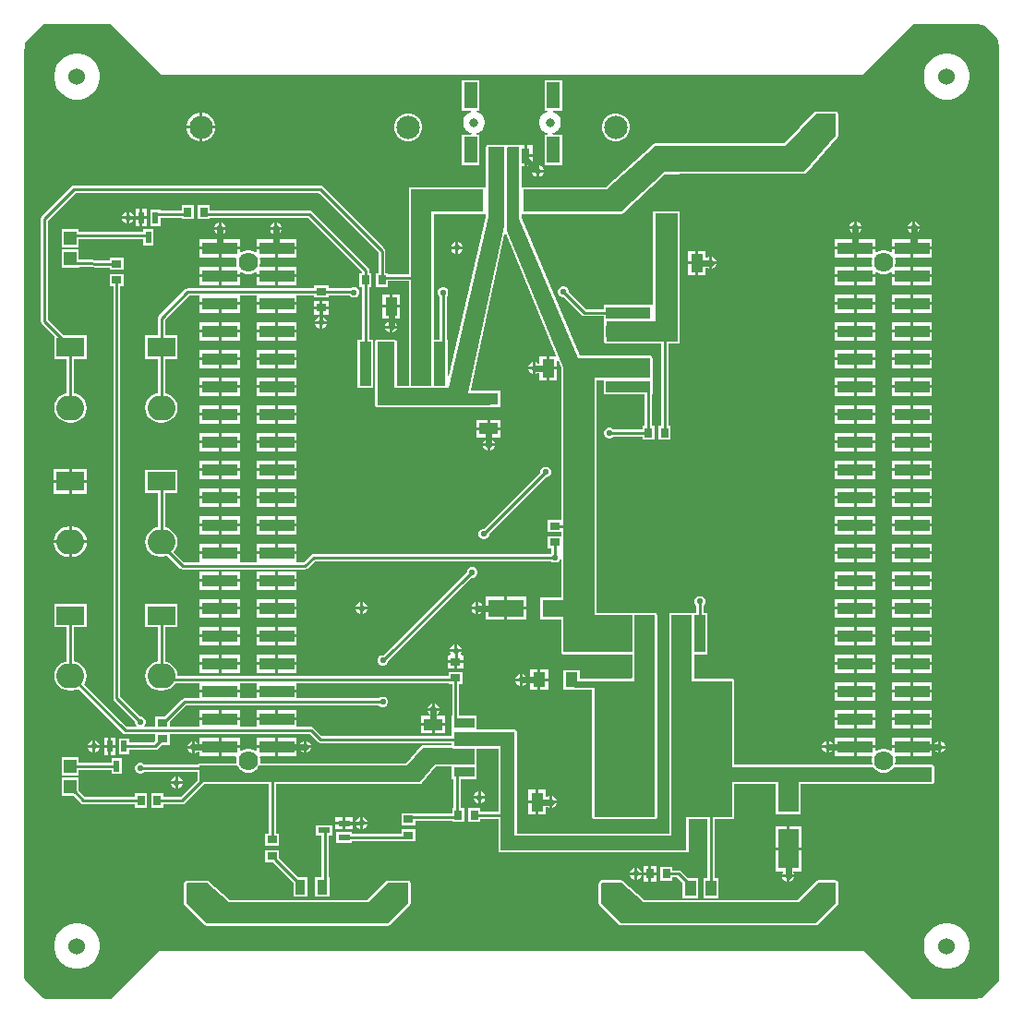
<source format=gtl>
G04*
G04 #@! TF.GenerationSoftware,Altium Limited,Altium Designer,23.11.1 (41)*
G04*
G04 Layer_Physical_Order=1*
G04 Layer_Color=255*
%FSLAX25Y25*%
%MOIN*%
G70*
G04*
G04 #@! TF.SameCoordinates,7FD28054-1643-4BC3-9A3C-097E624A02D2*
G04*
G04*
G04 #@! TF.FilePolarity,Positive*
G04*
G01*
G75*
%ADD13C,0.01000*%
%ADD14R,0.03543X0.02756*%
%ADD15R,0.12500X0.04488*%
%ADD16R,0.02756X0.03543*%
%ADD17R,0.04528X0.05118*%
%ADD18R,0.12598X0.06299*%
%ADD19R,0.04331X0.06693*%
%ADD20R,0.08071X0.09449*%
%ADD21R,0.06693X0.04331*%
%ADD22R,0.04098X0.15898*%
%ADD23R,0.42299X0.32701*%
%ADD24R,0.07480X0.03543*%
%ADD25R,0.07480X0.12598*%
%ADD26R,0.15748X0.21654*%
%ADD27R,0.07284X0.14173*%
%ADD28R,0.03937X0.13386*%
%ADD29R,0.42126X0.33858*%
%ADD30R,0.04331X0.02165*%
%ADD31R,0.04409X0.05394*%
%ADD32R,0.09449X0.08071*%
%ADD33R,0.02165X0.04331*%
%ADD34R,0.03150X0.05512*%
%ADD35R,0.04724X0.09449*%
%ADD36R,0.03937X0.05709*%
%ADD37R,0.03543X0.05512*%
%ADD38R,0.15898X0.04098*%
%ADD39R,0.32701X0.42299*%
%ADD73C,0.02300*%
%ADD74C,0.04300*%
%ADD75C,0.01500*%
%ADD76C,0.02800*%
%ADD77R,0.10000X0.07000*%
%ADD78C,0.07008*%
%ADD79C,0.08445*%
%ADD80C,0.03150*%
%ADD81O,0.10000X0.09000*%
%ADD82C,0.06000*%
%ADD83C,0.02300*%
G36*
X-205667Y-1204D02*
X-205656Y-1202D01*
X-205645Y-1204D01*
X-183435D01*
X-165451Y-19189D01*
X-165060Y-19450D01*
X-164599Y-19542D01*
X-164599Y-19542D01*
X87401D01*
X87401Y-19542D01*
X87862Y-19450D01*
X88252Y-19189D01*
X106237Y-1204D01*
X128627Y-1192D01*
X129493Y-1195D01*
X131191Y-1537D01*
X132319Y-2008D01*
X136587Y-6276D01*
X137068Y-7445D01*
X137401Y-9145D01*
X137399Y-10011D01*
X137399Y-10013D01*
X137399Y-10014D01*
X137399Y-282636D01*
X137398Y-343833D01*
X137404Y-343864D01*
X137399Y-343896D01*
X137444Y-344761D01*
X137195Y-346476D01*
X137040Y-346912D01*
X131175Y-352776D01*
X129935Y-353090D01*
X129101Y-353133D01*
X105900D01*
X89052Y-336286D01*
X89052Y-336286D01*
X88662Y-336025D01*
X88201Y-335933D01*
X-165399D01*
X-165399Y-335933D01*
X-165860Y-336025D01*
X-166251Y-336286D01*
X-183098Y-353133D01*
X-205835Y-353128D01*
X-206697Y-353124D01*
X-207762Y-352906D01*
X-214362Y-346306D01*
X-214585Y-345153D01*
X-214581Y-344287D01*
X-214581Y-344284D01*
X-214581Y-344280D01*
X-214581Y-10375D01*
X-214540Y-10169D01*
X-214493Y-9942D01*
X-214489Y-9075D01*
X-214253Y-7922D01*
X-207758Y-1427D01*
X-206525Y-1189D01*
X-205667Y-1204D01*
D02*
G37*
%LPC*%
G36*
X119219Y-11913D02*
X117586D01*
X115985Y-12231D01*
X114477Y-12856D01*
X113119Y-13763D01*
X111965Y-14917D01*
X111058Y-16274D01*
X110433Y-17783D01*
X110115Y-19384D01*
Y-21016D01*
X110433Y-22617D01*
X111058Y-24126D01*
X111965Y-25483D01*
X113119Y-26637D01*
X114477Y-27544D01*
X115985Y-28169D01*
X117586Y-28488D01*
X119219D01*
X120820Y-28169D01*
X122328Y-27544D01*
X123685Y-26637D01*
X124839Y-25483D01*
X125746Y-24126D01*
X126371Y-22617D01*
X126690Y-21016D01*
Y-19384D01*
X126371Y-17783D01*
X125746Y-16274D01*
X124839Y-14917D01*
X123685Y-13763D01*
X122328Y-12856D01*
X120820Y-12231D01*
X119219Y-11913D01*
D02*
G37*
G36*
X-194769D02*
X-196401D01*
X-198002Y-12231D01*
X-199510Y-12856D01*
X-200868Y-13763D01*
X-202022Y-14917D01*
X-202929Y-16274D01*
X-203554Y-17783D01*
X-203872Y-19384D01*
Y-21016D01*
X-203554Y-22617D01*
X-202929Y-24126D01*
X-202022Y-25483D01*
X-200868Y-26637D01*
X-199510Y-27544D01*
X-198002Y-28169D01*
X-196401Y-28488D01*
X-194769D01*
X-193167Y-28169D01*
X-191659Y-27544D01*
X-190302Y-26637D01*
X-189148Y-25483D01*
X-188241Y-24126D01*
X-187616Y-22617D01*
X-187297Y-21016D01*
Y-19384D01*
X-187616Y-17783D01*
X-188241Y-16274D01*
X-189148Y-14917D01*
X-190302Y-13763D01*
X-191659Y-12856D01*
X-193167Y-12231D01*
X-194769Y-11913D01*
D02*
G37*
G36*
X78369Y-32797D02*
X71267D01*
X71256Y-32799D01*
X71244Y-32798D01*
X71102Y-32830D01*
X70960Y-32858D01*
X70950Y-32865D01*
X70939Y-32867D01*
X70821Y-32952D01*
X70700Y-33032D01*
X70693Y-33042D01*
X70684Y-33049D01*
X59987Y-44374D01*
X13200D01*
X13066Y-44400D01*
X12931Y-44420D01*
X12913Y-44431D01*
X12893Y-44435D01*
X12811Y-44489D01*
X12345D01*
Y-44867D01*
X-4585Y-60172D01*
X-23999D01*
Y-60154D01*
X-34697D01*
X-35023Y-60154D01*
X-35197Y-59726D01*
Y-52564D01*
X-34058D01*
Y-48808D01*
Y-45052D01*
X-35417D01*
X-35432Y-45030D01*
X-35693Y-44856D01*
X-36000Y-44795D01*
X-40182D01*
X-40183Y-44795D01*
X-40184Y-44795D01*
X-40336Y-44825D01*
X-40489Y-44856D01*
X-40490Y-44856D01*
X-40491Y-44856D01*
X-40951Y-45030D01*
X-41212Y-44856D01*
X-41519Y-44795D01*
X-47108Y-44795D01*
X-47415Y-44856D01*
X-47676Y-45030D01*
X-47850Y-45290D01*
X-47911Y-45597D01*
Y-60148D01*
X-48409Y-60154D01*
Y-60154D01*
X-59432D01*
Y-60172D01*
X-74990D01*
X-75297Y-60233D01*
X-75558Y-60408D01*
X-75732Y-60668D01*
X-75793Y-60975D01*
Y-91469D01*
X-83385D01*
Y-91193D01*
X-84238D01*
Y-83105D01*
X-84338Y-82603D01*
X-84622Y-82177D01*
X-106752Y-60047D01*
X-107178Y-59763D01*
X-107680Y-59663D01*
X-196716D01*
X-197218Y-59763D01*
X-197644Y-60047D01*
X-208259Y-70662D01*
X-208543Y-71088D01*
X-208643Y-71590D01*
Y-108669D01*
X-208543Y-109172D01*
X-208259Y-109598D01*
X-203787Y-114069D01*
Y-122287D01*
X-199313D01*
Y-134585D01*
X-199880Y-134660D01*
X-201167Y-135193D01*
X-202271Y-136040D01*
X-203118Y-137144D01*
X-203651Y-138431D01*
X-203833Y-139811D01*
X-203651Y-141191D01*
X-203118Y-142478D01*
X-202271Y-143582D01*
X-201167Y-144430D01*
X-199880Y-144962D01*
X-198500Y-145144D01*
X-197500D01*
X-196120Y-144962D01*
X-194834Y-144430D01*
X-193729Y-143582D01*
X-192882Y-142478D01*
X-192349Y-141191D01*
X-192167Y-139811D01*
X-192349Y-138431D01*
X-192882Y-137144D01*
X-193729Y-136040D01*
X-194834Y-135193D01*
X-196120Y-134660D01*
X-196687Y-134585D01*
Y-122287D01*
X-192213D01*
Y-113713D01*
X-200431D01*
X-206018Y-108126D01*
Y-72134D01*
X-196172Y-62288D01*
X-108224D01*
X-86863Y-83649D01*
Y-91193D01*
X-87716D01*
Y-96311D01*
X-83385D01*
Y-94094D01*
X-75793D01*
Y-131899D01*
X-75804Y-131913D01*
X-80151D01*
Y-116026D01*
X-80212Y-115719D01*
X-80386Y-115459D01*
X-80647Y-115285D01*
X-80954Y-115224D01*
X-87163D01*
X-87260Y-115243D01*
X-87555D01*
Y-115341D01*
X-87731Y-115459D01*
X-87905Y-115719D01*
X-87966Y-116026D01*
Y-138831D01*
X-87905Y-139139D01*
X-87731Y-139399D01*
X-87470Y-139573D01*
X-87163Y-139634D01*
X-55664D01*
X-55562Y-139648D01*
X-46998D01*
X-46922Y-139638D01*
X-42864D01*
Y-133732D01*
X-46922D01*
X-46998Y-133722D01*
X-53054D01*
X-53368Y-133333D01*
X-41285Y-77143D01*
X-40787Y-77098D01*
X-22679Y-120775D01*
X-22957Y-121191D01*
X-24959D01*
Y-125037D01*
X-22294D01*
Y-122985D01*
X-21803Y-122888D01*
X-20780Y-125356D01*
Y-180298D01*
X-25632D01*
Y-184629D01*
X-20780D01*
Y-186204D01*
X-25632D01*
Y-190534D01*
X-24386D01*
Y-192391D01*
X-24500Y-192506D01*
X-110201D01*
X-110703Y-192605D01*
X-111129Y-192890D01*
X-113774Y-195535D01*
X-115824D01*
X-116287Y-195444D01*
X-116287Y-195035D01*
Y-192700D01*
X-123537D01*
X-130787D01*
X-130787Y-195444D01*
X-131249Y-195535D01*
X-136316D01*
X-136779Y-195444D01*
X-136779Y-195035D01*
Y-192700D01*
X-144029D01*
X-151279D01*
X-151279Y-195444D01*
X-151741Y-195535D01*
X-157009D01*
X-160769Y-191774D01*
X-160082Y-190877D01*
X-159549Y-189591D01*
X-159367Y-188211D01*
X-159549Y-186831D01*
X-160082Y-185545D01*
X-160929Y-184440D01*
X-162033Y-183592D01*
X-163320Y-183060D01*
X-163775Y-183000D01*
Y-170687D01*
X-159413D01*
Y-162113D01*
X-170987D01*
Y-170687D01*
X-166400D01*
Y-182970D01*
X-167080Y-183060D01*
X-168367Y-183592D01*
X-169471Y-184440D01*
X-170318Y-185545D01*
X-170851Y-186831D01*
X-171033Y-188211D01*
X-170851Y-189591D01*
X-170318Y-190877D01*
X-169471Y-191982D01*
X-168367Y-192830D01*
X-167080Y-193362D01*
X-165700Y-193544D01*
X-164700D01*
X-163320Y-193362D01*
X-163019Y-193238D01*
X-158481Y-197775D01*
X-158055Y-198060D01*
X-157553Y-198160D01*
X-113230D01*
X-112727Y-198060D01*
X-112302Y-197775D01*
X-109657Y-195131D01*
X-24500D01*
X-24171Y-195461D01*
X-23459Y-195756D01*
X-22688D01*
X-21976Y-195461D01*
X-21431Y-194916D01*
X-21280Y-194552D01*
X-20780Y-194651D01*
Y-208260D01*
X-28235D01*
Y-216134D01*
X-20780D01*
Y-228004D01*
X-20719Y-228311D01*
X-20545Y-228572D01*
X-20284Y-228746D01*
X-19977Y-228807D01*
X-255D01*
Y-228813D01*
X4797D01*
Y-237335D01*
X4297Y-237650D01*
X4073Y-237605D01*
X-13948D01*
Y-234516D01*
X-19932D01*
Y-241484D01*
X-16076D01*
X-15885Y-241522D01*
X-15278D01*
X-15109Y-241556D01*
X-9603D01*
Y-287632D01*
X-9542Y-287939D01*
X-9368Y-288199D01*
X-9107Y-288373D01*
X-8800Y-288434D01*
X13012D01*
X13319Y-288373D01*
X13580Y-288199D01*
X13754Y-287939D01*
X13815Y-287632D01*
Y-214640D01*
X13754Y-214333D01*
X13580Y-214072D01*
X13319Y-213898D01*
X13012Y-213837D01*
X5750D01*
X5600Y-213837D01*
X5257Y-213853D01*
X4980Y-213843D01*
X4797Y-213837D01*
X4763Y-213837D01*
X-7997D01*
Y-129853D01*
X-5350D01*
Y-135074D01*
X9337D01*
Y-146225D01*
X8484D01*
Y-147641D01*
X-1976D01*
X-2306Y-147311D01*
X-3018Y-147016D01*
X-3789D01*
X-4501Y-147311D01*
X-5046Y-147856D01*
X-5341Y-148568D01*
Y-149339D01*
X-5046Y-150051D01*
X-4501Y-150596D01*
X-3789Y-150891D01*
X-3018D01*
X-2306Y-150596D01*
X-1976Y-150266D01*
X8484D01*
Y-151344D01*
X12815D01*
Y-146225D01*
X11962D01*
Y-135074D01*
X12123D01*
Y-129401D01*
X12123Y-129401D01*
X12149Y-129050D01*
X12149Y-128912D01*
Y-121791D01*
X12088Y-121483D01*
X11914Y-121223D01*
X11654Y-121049D01*
X11346Y-120988D01*
X-14044D01*
X-35197Y-71336D01*
Y-70227D01*
X-35023Y-69799D01*
X-34378Y-69799D01*
X-34249Y-69825D01*
X997D01*
X1135Y-69797D01*
X1275Y-69775D01*
X1289Y-69767D01*
X1304Y-69764D01*
X1422Y-69685D01*
X1542Y-69611D01*
X16768Y-55513D01*
X21991D01*
Y-55418D01*
X66942D01*
X66968Y-55413D01*
X66994Y-55417D01*
X67121Y-55383D01*
X67250Y-55357D01*
X67272Y-55342D01*
X67297Y-55336D01*
X67401Y-55256D01*
X67510Y-55183D01*
X67525Y-55161D01*
X67546Y-55145D01*
X78973Y-42128D01*
X79038Y-42015D01*
X79111Y-41906D01*
X79116Y-41880D01*
X79129Y-41857D01*
X79146Y-41727D01*
X79172Y-41598D01*
Y-33600D01*
X79111Y-33293D01*
X78937Y-33032D01*
X78676Y-32858D01*
X78369Y-32797D01*
D02*
G37*
G36*
X-150119Y-33258D02*
X-150306D01*
Y-37980D01*
X-145584D01*
Y-37793D01*
X-145940Y-36464D01*
X-146627Y-35274D01*
X-147599Y-34301D01*
X-148790Y-33614D01*
X-150119Y-33258D01*
D02*
G37*
G36*
X-151306D02*
X-151494D01*
X-152822Y-33614D01*
X-154013Y-34301D01*
X-154985Y-35274D01*
X-155673Y-36464D01*
X-156029Y-37793D01*
Y-37980D01*
X-151306D01*
Y-33258D01*
D02*
G37*
G36*
X-540Y-33470D02*
X-1859D01*
X-3134Y-33812D01*
X-4276Y-34471D01*
X-5209Y-35404D01*
X-5868Y-36546D01*
X-6210Y-37821D01*
Y-39140D01*
X-5868Y-40414D01*
X-5209Y-41556D01*
X-4276Y-42489D01*
X-3134Y-43149D01*
X-1859Y-43490D01*
X-540D01*
X734Y-43149D01*
X1876Y-42489D01*
X2809Y-41556D01*
X3469Y-40414D01*
X3810Y-39140D01*
Y-37821D01*
X3469Y-36546D01*
X2809Y-35404D01*
X1876Y-34471D01*
X734Y-33812D01*
X-540Y-33470D01*
D02*
G37*
G36*
X-75343D02*
X-76663D01*
X-77937Y-33812D01*
X-79079Y-34471D01*
X-80012Y-35404D01*
X-80671Y-36546D01*
X-81013Y-37821D01*
Y-39140D01*
X-80671Y-40414D01*
X-80012Y-41556D01*
X-79079Y-42489D01*
X-77937Y-43149D01*
X-76663Y-43490D01*
X-75343D01*
X-74069Y-43149D01*
X-72927Y-42489D01*
X-71994Y-41556D01*
X-71335Y-40414D01*
X-70993Y-39140D01*
Y-37821D01*
X-71335Y-36546D01*
X-71994Y-35404D01*
X-72927Y-34471D01*
X-74069Y-33812D01*
X-75343Y-33470D01*
D02*
G37*
G36*
X-145584Y-38980D02*
X-150306D01*
Y-43703D01*
X-150119D01*
X-148790Y-43347D01*
X-147599Y-42659D01*
X-146627Y-41687D01*
X-145940Y-40496D01*
X-145584Y-39168D01*
Y-38980D01*
D02*
G37*
G36*
X-151306D02*
X-156029D01*
Y-39168D01*
X-155673Y-40496D01*
X-154985Y-41687D01*
X-154013Y-42659D01*
X-152822Y-43347D01*
X-151494Y-43703D01*
X-151306D01*
Y-38980D01*
D02*
G37*
G36*
X-30984Y-45052D02*
X-33059D01*
Y-48308D01*
X-30984D01*
Y-45052D01*
D02*
G37*
G36*
X-20527Y-21446D02*
X-26826D01*
Y-32469D01*
X-25839D01*
X-25773Y-32969D01*
X-26377Y-33131D01*
X-27275Y-33650D01*
X-28008Y-34383D01*
X-28526Y-35280D01*
X-28795Y-36282D01*
Y-37318D01*
X-28526Y-38320D01*
X-28008Y-39217D01*
X-27275Y-39950D01*
X-26377Y-40469D01*
X-25773Y-40631D01*
X-25839Y-41131D01*
X-26826D01*
Y-52154D01*
X-20527D01*
Y-41131D01*
X-23877D01*
X-23943Y-40631D01*
X-23338Y-40469D01*
X-22440Y-39950D01*
X-21707Y-39217D01*
X-21189Y-38320D01*
X-20921Y-37318D01*
Y-36282D01*
X-21189Y-35280D01*
X-21707Y-34383D01*
X-22440Y-33650D01*
X-23338Y-33131D01*
X-23943Y-32969D01*
X-23877Y-32469D01*
X-20527D01*
Y-21446D01*
D02*
G37*
G36*
X-50291D02*
X-56590D01*
Y-32469D01*
X-53240D01*
X-53174Y-32969D01*
X-53779Y-33131D01*
X-54677Y-33650D01*
X-55410Y-34383D01*
X-55928Y-35280D01*
X-56196Y-36282D01*
Y-37318D01*
X-55928Y-38320D01*
X-55410Y-39217D01*
X-54677Y-39950D01*
X-53779Y-40469D01*
X-53174Y-40631D01*
X-53240Y-41131D01*
X-56590D01*
Y-52154D01*
X-50291D01*
Y-41131D01*
X-51278D01*
X-51344Y-40631D01*
X-50740Y-40469D01*
X-49842Y-39950D01*
X-49109Y-39217D01*
X-48591Y-38320D01*
X-48322Y-37318D01*
Y-36282D01*
X-48591Y-35280D01*
X-49109Y-34383D01*
X-49842Y-33650D01*
X-50740Y-33131D01*
X-51344Y-32969D01*
X-51278Y-32469D01*
X-50291D01*
Y-21446D01*
D02*
G37*
G36*
X-28800Y-52180D02*
Y-53800D01*
X-27180D01*
X-27477Y-53082D01*
X-28082Y-52477D01*
X-28800Y-52180D01*
D02*
G37*
G36*
X-30984Y-49308D02*
X-33059D01*
Y-52564D01*
X-31312Y-52564D01*
X-31311Y-52564D01*
X-31104Y-53064D01*
X-31123Y-53082D01*
X-31420Y-53800D01*
X-29800D01*
Y-52180D01*
X-30518Y-52477D01*
X-30984Y-52236D01*
X-30984Y-52200D01*
Y-49308D01*
D02*
G37*
G36*
X-27180Y-54800D02*
X-28800D01*
Y-56420D01*
X-28082Y-56123D01*
X-27477Y-55518D01*
X-27180Y-54800D01*
D02*
G37*
G36*
X-29800D02*
X-31420D01*
X-31123Y-55518D01*
X-30518Y-56123D01*
X-29800Y-56420D01*
Y-54800D01*
D02*
G37*
G36*
X-153527Y-66605D02*
X-157858D01*
Y-68665D01*
X-165403D01*
Y-68304D01*
X-169143D01*
Y-74209D01*
X-165403D01*
Y-71290D01*
X-157858D01*
Y-71723D01*
X-153527D01*
Y-66605D01*
D02*
G37*
G36*
X-170309Y-68091D02*
X-171891D01*
Y-70757D01*
X-170309D01*
Y-68091D01*
D02*
G37*
G36*
X-172891D02*
X-174474D01*
Y-70757D01*
X-172891D01*
Y-68091D01*
D02*
G37*
G36*
X-176700Y-69137D02*
Y-70757D01*
X-175080D01*
X-175377Y-70039D01*
X-175982Y-69434D01*
X-176700Y-69137D01*
D02*
G37*
G36*
X-177700D02*
X-178418Y-69434D01*
X-179023Y-70039D01*
X-179320Y-70757D01*
X-177700D01*
Y-69137D01*
D02*
G37*
G36*
X-175080Y-71757D02*
X-176700D01*
Y-73377D01*
X-175982Y-73079D01*
X-175377Y-72475D01*
X-175080Y-71757D01*
D02*
G37*
G36*
X-177700D02*
X-179320D01*
X-179023Y-72475D01*
X-178418Y-73079D01*
X-177700Y-73377D01*
Y-71757D01*
D02*
G37*
G36*
X85892Y-72508D02*
Y-74128D01*
X87512D01*
X87215Y-73410D01*
X86610Y-72806D01*
X85892Y-72508D01*
D02*
G37*
G36*
X84892D02*
X84174Y-72806D01*
X83569Y-73410D01*
X83272Y-74128D01*
X84892D01*
Y-72508D01*
D02*
G37*
G36*
X106956Y-72618D02*
Y-74238D01*
X108576D01*
X108279Y-73520D01*
X107674Y-72915D01*
X106956Y-72618D01*
D02*
G37*
G36*
X105956D02*
X105238Y-72915D01*
X104633Y-73520D01*
X104336Y-74238D01*
X105956D01*
Y-72618D01*
D02*
G37*
G36*
X-170309Y-71757D02*
X-171891D01*
Y-74422D01*
X-170309D01*
Y-71757D01*
D02*
G37*
G36*
X-172891D02*
X-174474D01*
Y-74422D01*
X-172891D01*
Y-71757D01*
D02*
G37*
G36*
X-143529Y-72890D02*
Y-74510D01*
X-141909D01*
X-142206Y-73792D01*
X-142811Y-73187D01*
X-143529Y-72890D01*
D02*
G37*
G36*
X-144529D02*
X-145247Y-73187D01*
X-145852Y-73792D01*
X-146149Y-74510D01*
X-144529D01*
Y-72890D01*
D02*
G37*
G36*
X-123233Y-72899D02*
Y-74519D01*
X-121613D01*
X-121911Y-73801D01*
X-122515Y-73196D01*
X-123233Y-72899D01*
D02*
G37*
G36*
X-124233D02*
X-124951Y-73196D01*
X-125556Y-73801D01*
X-125853Y-74519D01*
X-124233D01*
Y-72899D01*
D02*
G37*
G36*
X87512Y-75128D02*
X85892D01*
Y-76748D01*
X86610Y-76451D01*
X87215Y-75846D01*
X87512Y-75128D01*
D02*
G37*
G36*
X84892D02*
X83272D01*
X83569Y-75846D01*
X84174Y-76451D01*
X84892Y-76748D01*
Y-75128D01*
D02*
G37*
G36*
X108576Y-75238D02*
X106956D01*
Y-76858D01*
X107674Y-76560D01*
X108279Y-75955D01*
X108576Y-75238D01*
D02*
G37*
G36*
X105956D02*
X104336D01*
X104633Y-75955D01*
X105238Y-76560D01*
X105956Y-76858D01*
Y-75238D01*
D02*
G37*
G36*
X-141909Y-75510D02*
X-143529D01*
Y-77130D01*
X-142811Y-76832D01*
X-142206Y-76227D01*
X-141909Y-75510D01*
D02*
G37*
G36*
X-144529D02*
X-146149D01*
X-145852Y-76227D01*
X-145247Y-76832D01*
X-144529Y-77130D01*
Y-75510D01*
D02*
G37*
G36*
X-121613Y-75519D02*
X-123233D01*
Y-77139D01*
X-122515Y-76841D01*
X-121911Y-76237D01*
X-121613Y-75519D01*
D02*
G37*
G36*
X-124233D02*
X-125853D01*
X-125556Y-76237D01*
X-124951Y-76841D01*
X-124233Y-77139D01*
Y-75519D01*
D02*
G37*
G36*
X-195022Y-75255D02*
X-201124D01*
Y-81948D01*
X-195022D01*
Y-78913D01*
X-171702D01*
Y-81296D01*
X-167962D01*
Y-75391D01*
X-171702D01*
Y-76287D01*
X-195022D01*
Y-75255D01*
D02*
G37*
G36*
X113097Y-78956D02*
X106347D01*
Y-81700D01*
X113097D01*
Y-78956D01*
D02*
G37*
G36*
X105347D02*
X98597D01*
Y-81700D01*
X105347D01*
Y-78956D01*
D02*
G37*
G36*
X-136779D02*
X-143529D01*
Y-81700D01*
X-136779D01*
Y-78956D01*
D02*
G37*
G36*
X-144529D02*
X-151279D01*
Y-81700D01*
X-144529D01*
Y-78956D01*
D02*
G37*
G36*
X-116287D02*
X-123037D01*
Y-81700D01*
X-116287D01*
Y-78956D01*
D02*
G37*
G36*
X-124037D02*
X-130787D01*
Y-81700D01*
X-124037D01*
Y-78956D01*
D02*
G37*
G36*
X92605D02*
X85855D01*
Y-81700D01*
X92605D01*
Y-78956D01*
D02*
G37*
G36*
X84855D02*
X78105D01*
Y-81700D01*
X84855D01*
Y-78956D01*
D02*
G37*
G36*
X105347Y-82700D02*
X98597D01*
Y-83480D01*
X98097Y-83687D01*
X97256Y-83201D01*
X96164Y-82909D01*
X95034D01*
X93943Y-83201D01*
X93105Y-83685D01*
X92605Y-83475D01*
Y-82700D01*
X85855D01*
Y-85444D01*
X91110D01*
X91493Y-85944D01*
X91308Y-86635D01*
Y-87765D01*
X91493Y-88456D01*
X91110Y-88956D01*
X85855D01*
Y-91700D01*
X92605D01*
Y-90925D01*
X93105Y-90715D01*
X93943Y-91199D01*
X95034Y-91491D01*
X96164D01*
X97256Y-91199D01*
X98097Y-90713D01*
X98597Y-90920D01*
Y-91700D01*
X105347D01*
Y-88956D01*
X100089D01*
X99706Y-88456D01*
X99891Y-87765D01*
Y-86635D01*
X99706Y-85944D01*
X100089Y-85444D01*
X105347D01*
Y-82700D01*
D02*
G37*
G36*
X113097D02*
X106347D01*
Y-85444D01*
X113097D01*
Y-82700D01*
D02*
G37*
G36*
X84855Y-82700D02*
X78105D01*
Y-85444D01*
X84855D01*
Y-82700D01*
D02*
G37*
G36*
X-116287Y-82700D02*
X-123037D01*
Y-85444D01*
X-116287D01*
Y-82700D01*
D02*
G37*
G36*
X-144529Y-82700D02*
X-151279D01*
Y-85444D01*
X-144529D01*
Y-82700D01*
D02*
G37*
G36*
X27636Y-83148D02*
X24971D01*
Y-86994D01*
X27636D01*
Y-83148D01*
D02*
G37*
G36*
X33684Y-85416D02*
Y-87036D01*
X35304D01*
X35007Y-86318D01*
X34402Y-85713D01*
X33684Y-85416D01*
D02*
G37*
G36*
X35304Y-88036D02*
X33684D01*
Y-89656D01*
X34402Y-89359D01*
X35007Y-88754D01*
X35304Y-88036D01*
D02*
G37*
G36*
X31301Y-83148D02*
X28636D01*
Y-87494D01*
Y-91840D01*
X31301D01*
Y-89400D01*
X31801Y-89193D01*
X31966Y-89359D01*
X32684Y-89656D01*
Y-87536D01*
Y-85416D01*
X31966Y-85713D01*
X31801Y-85878D01*
X31301Y-85671D01*
Y-83148D01*
D02*
G37*
G36*
X-195022Y-82735D02*
X-201124D01*
Y-89428D01*
X-195022D01*
Y-89407D01*
X-194667Y-89055D01*
X-183799Y-89140D01*
Y-90013D01*
X-178681D01*
Y-85682D01*
X-183799D01*
Y-86160D01*
X-184154Y-86512D01*
X-195022Y-86427D01*
Y-82735D01*
D02*
G37*
G36*
X113097Y-88956D02*
X106347D01*
Y-91700D01*
X113097D01*
Y-88956D01*
D02*
G37*
G36*
X-144529D02*
X-151279D01*
Y-91700D01*
X-144529D01*
Y-88956D01*
D02*
G37*
G36*
X-116287D02*
X-123037D01*
Y-91700D01*
X-116287D01*
Y-88956D01*
D02*
G37*
G36*
X-136779Y-82700D02*
X-143529D01*
Y-85444D01*
X-138275D01*
X-137891Y-85944D01*
X-138076Y-86635D01*
Y-87765D01*
X-137891Y-88456D01*
X-138275Y-88956D01*
X-143529D01*
Y-91700D01*
X-136779D01*
Y-90925D01*
X-136279Y-90715D01*
X-135441Y-91199D01*
X-134350Y-91491D01*
X-133220D01*
X-132128Y-91199D01*
X-131287Y-90713D01*
X-130787Y-90920D01*
Y-91700D01*
X-124037D01*
Y-88956D01*
X-129295D01*
X-129679Y-88456D01*
X-129493Y-87765D01*
Y-86635D01*
X-129679Y-85944D01*
X-129295Y-85444D01*
X-124037D01*
Y-82700D01*
X-130787D01*
Y-83480D01*
X-131287Y-83687D01*
X-132128Y-83201D01*
X-133220Y-82909D01*
X-134350D01*
X-135441Y-83201D01*
X-136279Y-83685D01*
X-136779Y-83475D01*
Y-82700D01*
D02*
G37*
G36*
X84855Y-88956D02*
X78105D01*
Y-91700D01*
X84855D01*
Y-88956D01*
D02*
G37*
G36*
X27636Y-87994D02*
X24971D01*
Y-91840D01*
X27636D01*
Y-87994D01*
D02*
G37*
G36*
X113097Y-92700D02*
X106347D01*
Y-95444D01*
X113097D01*
Y-92700D01*
D02*
G37*
G36*
X105347D02*
X98597D01*
Y-95444D01*
X105347D01*
Y-92700D01*
D02*
G37*
G36*
X92605Y-92700D02*
X85855D01*
Y-95444D01*
X92605D01*
Y-92700D01*
D02*
G37*
G36*
X84855D02*
X78105D01*
Y-95444D01*
X84855D01*
Y-92700D01*
D02*
G37*
G36*
X-116287Y-92700D02*
X-123037D01*
Y-95444D01*
X-116287D01*
Y-92700D01*
D02*
G37*
G36*
X-124037D02*
X-130787D01*
Y-95444D01*
X-124037D01*
Y-92700D01*
D02*
G37*
G36*
X-136779Y-92700D02*
X-143529D01*
Y-95444D01*
X-136779D01*
Y-92700D01*
D02*
G37*
G36*
X-144529D02*
X-151279D01*
Y-95444D01*
X-144529D01*
Y-92700D01*
D02*
G37*
G36*
X-104863Y-95682D02*
X-109981D01*
Y-96710D01*
X-155687D01*
X-156189Y-96810D01*
X-156615Y-97095D01*
X-166128Y-106608D01*
X-166413Y-107034D01*
X-166513Y-107536D01*
Y-113713D01*
X-170987D01*
Y-122287D01*
X-166513D01*
Y-134585D01*
X-167080Y-134660D01*
X-168367Y-135193D01*
X-169471Y-136040D01*
X-170318Y-137144D01*
X-170851Y-138431D01*
X-171033Y-139811D01*
X-170851Y-141191D01*
X-170318Y-142478D01*
X-169471Y-143582D01*
X-168367Y-144430D01*
X-167080Y-144962D01*
X-165700Y-145144D01*
X-164700D01*
X-163320Y-144962D01*
X-162033Y-144430D01*
X-160929Y-143582D01*
X-160082Y-142478D01*
X-159549Y-141191D01*
X-159367Y-139811D01*
X-159549Y-138431D01*
X-160082Y-137144D01*
X-160929Y-136040D01*
X-162033Y-135193D01*
X-163320Y-134660D01*
X-163887Y-134585D01*
Y-122287D01*
X-159413D01*
Y-113713D01*
X-163887D01*
Y-108080D01*
X-155143Y-99336D01*
X-151279D01*
Y-101700D01*
X-144029D01*
X-136779D01*
Y-99336D01*
X-130787D01*
Y-101700D01*
X-123537D01*
X-116287D01*
Y-99336D01*
X-109981D01*
Y-100013D01*
X-104863D01*
Y-99308D01*
X-97176D01*
X-96697Y-99786D01*
X-95985Y-100081D01*
X-95215D01*
X-94503Y-99786D01*
X-93958Y-99241D01*
X-93663Y-98529D01*
Y-97759D01*
X-93958Y-97046D01*
X-94503Y-96501D01*
X-95215Y-96206D01*
X-95985D01*
X-96697Y-96501D01*
X-96879Y-96683D01*
X-104863D01*
Y-95682D01*
D02*
G37*
G36*
X113097Y-98956D02*
X106347D01*
Y-101700D01*
X113097D01*
Y-98956D01*
D02*
G37*
G36*
X105347D02*
X98597D01*
Y-101700D01*
X105347D01*
Y-98956D01*
D02*
G37*
G36*
X92605D02*
X85855D01*
Y-101700D01*
X92605D01*
Y-98956D01*
D02*
G37*
G36*
X84855D02*
X78105D01*
Y-101700D01*
X84855D01*
Y-98956D01*
D02*
G37*
G36*
X-78953Y-98773D02*
X-81618D01*
Y-102620D01*
X-78953D01*
Y-98773D01*
D02*
G37*
G36*
X-82618D02*
X-85283D01*
Y-102620D01*
X-82618D01*
Y-98773D01*
D02*
G37*
G36*
X-104650Y-101375D02*
X-106922D01*
Y-103253D01*
X-104650D01*
Y-101375D01*
D02*
G37*
G36*
X-107922D02*
X-110194D01*
Y-103253D01*
X-107922D01*
Y-101375D01*
D02*
G37*
G36*
X21991Y-68899D02*
X12345D01*
Y-79922D01*
X12397D01*
Y-102212D01*
X12123Y-102598D01*
X-5350D01*
Y-104122D01*
X-11994D01*
X-18040Y-98077D01*
Y-97610D01*
X-18335Y-96898D01*
X-18880Y-96353D01*
X-19592Y-96058D01*
X-20362D01*
X-21075Y-96353D01*
X-21620Y-96898D01*
X-21914Y-97610D01*
Y-98381D01*
X-21620Y-99093D01*
X-21075Y-99638D01*
X-20362Y-99933D01*
X-19896D01*
X-13466Y-106363D01*
X-13040Y-106647D01*
X-12538Y-106747D01*
X-5350D01*
Y-108271D01*
X-5350D01*
X-5313Y-108317D01*
X-5346Y-108484D01*
Y-109299D01*
X-5350D01*
Y-114972D01*
X-5346D01*
Y-115787D01*
X-5285Y-116094D01*
X-5111Y-116355D01*
X-4850Y-116529D01*
X-4543Y-116590D01*
X15243D01*
Y-146225D01*
X14390D01*
Y-151344D01*
X18721D01*
Y-146225D01*
X17868D01*
Y-116590D01*
X21246D01*
X21553Y-116529D01*
X21814Y-116355D01*
X21988Y-116094D01*
X22049Y-115787D01*
Y-69777D01*
X21991Y-69484D01*
Y-68899D01*
D02*
G37*
G36*
X113097Y-102700D02*
X106347D01*
Y-105444D01*
X113097D01*
Y-102700D01*
D02*
G37*
G36*
X105347D02*
X98597D01*
Y-105444D01*
X105347D01*
Y-102700D01*
D02*
G37*
G36*
X92605Y-102700D02*
X85855D01*
Y-105444D01*
X92605D01*
Y-102700D01*
D02*
G37*
G36*
X84855D02*
X78105D01*
Y-105444D01*
X84855D01*
Y-102700D01*
D02*
G37*
G36*
X-116287Y-102700D02*
X-123037D01*
Y-105444D01*
X-116287D01*
Y-102700D01*
D02*
G37*
G36*
X-124037D02*
X-130787D01*
Y-105444D01*
X-124037D01*
Y-102700D01*
D02*
G37*
G36*
X-136779Y-102700D02*
X-143529D01*
Y-105444D01*
X-136779D01*
Y-102700D01*
D02*
G37*
G36*
X-144529D02*
X-151279D01*
Y-105444D01*
X-144529D01*
Y-102700D01*
D02*
G37*
G36*
X-104650Y-104253D02*
X-106922D01*
Y-106131D01*
X-104650D01*
Y-104253D01*
D02*
G37*
G36*
X-107922D02*
X-110194D01*
Y-106131D01*
X-107922D01*
Y-104253D01*
D02*
G37*
G36*
X-78953Y-103620D02*
X-81618D01*
Y-107466D01*
X-78953D01*
Y-103620D01*
D02*
G37*
G36*
X-82618D02*
X-85283D01*
Y-107466D01*
X-82618D01*
Y-103620D01*
D02*
G37*
G36*
X-106985Y-106957D02*
Y-108577D01*
X-105365D01*
X-105663Y-107859D01*
X-106267Y-107254D01*
X-106985Y-106957D01*
D02*
G37*
G36*
X-107985D02*
X-108703Y-107254D01*
X-109308Y-107859D01*
X-109605Y-108577D01*
X-107985D01*
Y-106957D01*
D02*
G37*
G36*
X-81618Y-108481D02*
Y-110101D01*
X-79998D01*
X-80295Y-109383D01*
X-80900Y-108779D01*
X-81618Y-108481D01*
D02*
G37*
G36*
X-82618D02*
X-83336Y-108779D01*
X-83941Y-109383D01*
X-84238Y-110101D01*
X-82618D01*
Y-108481D01*
D02*
G37*
G36*
X-105365Y-109577D02*
X-106985D01*
Y-111197D01*
X-106267Y-110900D01*
X-105663Y-110295D01*
X-105365Y-109577D01*
D02*
G37*
G36*
X-107985D02*
X-109605D01*
X-109308Y-110295D01*
X-108703Y-110900D01*
X-107985Y-111197D01*
Y-109577D01*
D02*
G37*
G36*
X113097Y-108956D02*
X106347D01*
Y-111700D01*
X113097D01*
Y-108956D01*
D02*
G37*
G36*
X105347D02*
X98597D01*
Y-111700D01*
X105347D01*
Y-108956D01*
D02*
G37*
G36*
X-136779D02*
X-143529D01*
Y-111700D01*
X-136779D01*
Y-108956D01*
D02*
G37*
G36*
X-144529D02*
X-151279D01*
Y-111700D01*
X-144529D01*
Y-108956D01*
D02*
G37*
G36*
X-116287D02*
X-123037D01*
Y-111700D01*
X-116287D01*
Y-108956D01*
D02*
G37*
G36*
X-124037D02*
X-130787D01*
Y-111700D01*
X-124037D01*
Y-108956D01*
D02*
G37*
G36*
X92605D02*
X85855D01*
Y-111700D01*
X92605D01*
Y-108956D01*
D02*
G37*
G36*
X84855D02*
X78105D01*
Y-111700D01*
X84855D01*
Y-108956D01*
D02*
G37*
G36*
X-79998Y-111101D02*
X-81618D01*
Y-112721D01*
X-80900Y-112424D01*
X-80295Y-111819D01*
X-79998Y-111101D01*
D02*
G37*
G36*
X-82618D02*
X-84238D01*
X-83941Y-111819D01*
X-83336Y-112424D01*
X-82618Y-112721D01*
Y-111101D01*
D02*
G37*
G36*
X113097Y-112700D02*
X106347D01*
Y-115444D01*
X113097D01*
Y-112700D01*
D02*
G37*
G36*
X105347D02*
X98597D01*
Y-115444D01*
X105347D01*
Y-112700D01*
D02*
G37*
G36*
X92605Y-112700D02*
X85855D01*
Y-115444D01*
X92605D01*
Y-112700D01*
D02*
G37*
G36*
X84855D02*
X78105D01*
Y-115444D01*
X84855D01*
Y-112700D01*
D02*
G37*
G36*
X-116287Y-112700D02*
X-123037D01*
Y-115444D01*
X-116287D01*
Y-112700D01*
D02*
G37*
G36*
X-124037D02*
X-130787D01*
Y-115444D01*
X-124037D01*
Y-112700D01*
D02*
G37*
G36*
X-136779Y-112700D02*
X-143529D01*
Y-115444D01*
X-136779D01*
Y-112700D01*
D02*
G37*
G36*
X-144529D02*
X-151279D01*
Y-115444D01*
X-144529D01*
Y-112700D01*
D02*
G37*
G36*
X113097Y-118956D02*
X106347D01*
Y-121700D01*
X113097D01*
Y-118956D01*
D02*
G37*
G36*
X105347D02*
X98597D01*
Y-121700D01*
X105347D01*
Y-118956D01*
D02*
G37*
G36*
X-136779D02*
X-143529D01*
Y-121700D01*
X-136779D01*
Y-118956D01*
D02*
G37*
G36*
X-144529D02*
X-151279D01*
Y-121700D01*
X-144529D01*
Y-118956D01*
D02*
G37*
G36*
X-116287D02*
X-123037D01*
Y-121700D01*
X-116287D01*
Y-118956D01*
D02*
G37*
G36*
X-124037D02*
X-130787D01*
Y-121700D01*
X-124037D01*
Y-118956D01*
D02*
G37*
G36*
X92605D02*
X85855D01*
Y-121700D01*
X92605D01*
Y-118956D01*
D02*
G37*
G36*
X84855D02*
X78105D01*
Y-121700D01*
X84855D01*
Y-118956D01*
D02*
G37*
G36*
X-25959Y-121191D02*
X-28624D01*
Y-123590D01*
X-29124Y-123797D01*
X-29308Y-123613D01*
X-30026Y-123316D01*
Y-125436D01*
Y-127556D01*
X-29308Y-127259D01*
X-29124Y-127075D01*
X-28624Y-127283D01*
Y-129883D01*
X-25959D01*
Y-125537D01*
Y-121191D01*
D02*
G37*
G36*
X-31025Y-123316D02*
X-31743Y-123613D01*
X-32348Y-124218D01*
X-32645Y-124936D01*
X-31025D01*
Y-123316D01*
D02*
G37*
G36*
X113097Y-122700D02*
X106347D01*
Y-125444D01*
X113097D01*
Y-122700D01*
D02*
G37*
G36*
X105347D02*
X98597D01*
Y-125444D01*
X105347D01*
Y-122700D01*
D02*
G37*
G36*
X92605Y-122700D02*
X85855D01*
Y-125444D01*
X92605D01*
Y-122700D01*
D02*
G37*
G36*
X84855D02*
X78105D01*
Y-125444D01*
X84855D01*
Y-122700D01*
D02*
G37*
G36*
X-116287Y-122700D02*
X-123037D01*
Y-125444D01*
X-116287D01*
Y-122700D01*
D02*
G37*
G36*
X-124037D02*
X-130787D01*
Y-125444D01*
X-124037D01*
Y-122700D01*
D02*
G37*
G36*
X-136779Y-122700D02*
X-143529D01*
Y-125444D01*
X-136779D01*
Y-122700D01*
D02*
G37*
G36*
X-144529D02*
X-151279D01*
Y-125444D01*
X-144529D01*
Y-122700D01*
D02*
G37*
G36*
X-31025Y-125936D02*
X-32645D01*
X-32348Y-126654D01*
X-31743Y-127259D01*
X-31025Y-127556D01*
Y-125936D01*
D02*
G37*
G36*
X-22294Y-126037D02*
X-24959D01*
Y-129883D01*
X-22294D01*
Y-126037D01*
D02*
G37*
G36*
X113097Y-128956D02*
X106347D01*
Y-131700D01*
X113097D01*
Y-128956D01*
D02*
G37*
G36*
X105347D02*
X98597D01*
Y-131700D01*
X105347D01*
Y-128956D01*
D02*
G37*
G36*
X-136779D02*
X-143529D01*
Y-131700D01*
X-136779D01*
Y-128956D01*
D02*
G37*
G36*
X-144529D02*
X-151279D01*
Y-131700D01*
X-144529D01*
Y-128956D01*
D02*
G37*
G36*
X-116287D02*
X-123037D01*
Y-131700D01*
X-116287D01*
Y-128956D01*
D02*
G37*
G36*
X-124037D02*
X-130787D01*
Y-131700D01*
X-124037D01*
Y-128956D01*
D02*
G37*
G36*
X92605D02*
X85855D01*
Y-131700D01*
X92605D01*
Y-128956D01*
D02*
G37*
G36*
X84855D02*
X78105D01*
Y-131700D01*
X84855D01*
Y-128956D01*
D02*
G37*
G36*
X-147621Y-66605D02*
X-151952D01*
Y-71723D01*
X-147621D01*
Y-71290D01*
X-112167D01*
X-92763Y-90693D01*
X-92808Y-91193D01*
X-93621D01*
Y-96311D01*
X-92731D01*
Y-115243D01*
X-94255D01*
Y-132715D01*
X-88582D01*
Y-115243D01*
X-90106D01*
Y-96311D01*
X-89290D01*
Y-91193D01*
X-90106D01*
Y-90181D01*
X-90206Y-89679D01*
X-90491Y-89253D01*
X-110695Y-69049D01*
X-111120Y-68765D01*
X-111623Y-68665D01*
X-147621D01*
Y-66605D01*
D02*
G37*
G36*
X113097Y-132700D02*
X106347D01*
Y-135444D01*
X113097D01*
Y-132700D01*
D02*
G37*
G36*
X105347D02*
X98597D01*
Y-135444D01*
X105347D01*
Y-132700D01*
D02*
G37*
G36*
X92605Y-132700D02*
X85855D01*
Y-135444D01*
X92605D01*
Y-132700D01*
D02*
G37*
G36*
X84855D02*
X78105D01*
Y-135444D01*
X84855D01*
Y-132700D01*
D02*
G37*
G36*
X-116287Y-132700D02*
X-123037D01*
Y-135444D01*
X-116287D01*
Y-132700D01*
D02*
G37*
G36*
X-124037D02*
X-130787D01*
Y-135444D01*
X-124037D01*
Y-132700D01*
D02*
G37*
G36*
X-136779Y-132700D02*
X-143529D01*
Y-135444D01*
X-136779D01*
Y-132700D01*
D02*
G37*
G36*
X-144529D02*
X-151279D01*
Y-135444D01*
X-144529D01*
Y-132700D01*
D02*
G37*
G36*
X113097Y-138956D02*
X106347D01*
Y-141700D01*
X113097D01*
Y-138956D01*
D02*
G37*
G36*
X105347D02*
X98597D01*
Y-141700D01*
X105347D01*
Y-138956D01*
D02*
G37*
G36*
X-136779D02*
X-143529D01*
Y-141700D01*
X-136779D01*
Y-138956D01*
D02*
G37*
G36*
X-144529D02*
X-151279D01*
Y-141700D01*
X-144529D01*
Y-138956D01*
D02*
G37*
G36*
X-116287D02*
X-123037D01*
Y-141700D01*
X-116287D01*
Y-138956D01*
D02*
G37*
G36*
X-124037D02*
X-130787D01*
Y-141700D01*
X-124037D01*
Y-138956D01*
D02*
G37*
G36*
X92605D02*
X85855D01*
Y-141700D01*
X92605D01*
Y-138956D01*
D02*
G37*
G36*
X84855D02*
X78105D01*
Y-141700D01*
X84855D01*
Y-138956D01*
D02*
G37*
G36*
X113097Y-142700D02*
X106347D01*
Y-145444D01*
X113097D01*
Y-142700D01*
D02*
G37*
G36*
X105347D02*
X98597D01*
Y-145444D01*
X105347D01*
Y-142700D01*
D02*
G37*
G36*
X92605Y-142700D02*
X85855D01*
Y-145444D01*
X92605D01*
Y-142700D01*
D02*
G37*
G36*
X84855D02*
X78105D01*
Y-145444D01*
X84855D01*
Y-142700D01*
D02*
G37*
G36*
X-116287Y-142700D02*
X-123037D01*
Y-145444D01*
X-116287D01*
Y-142700D01*
D02*
G37*
G36*
X-124037D02*
X-130787D01*
Y-145444D01*
X-124037D01*
Y-142700D01*
D02*
G37*
G36*
X-136779Y-142700D02*
X-143529D01*
Y-145444D01*
X-136779D01*
Y-142700D01*
D02*
G37*
G36*
X-144529D02*
X-151279D01*
Y-145444D01*
X-144529D01*
Y-142700D01*
D02*
G37*
G36*
X-42652Y-144150D02*
X-46498D01*
Y-146815D01*
X-42652D01*
Y-144150D01*
D02*
G37*
G36*
X-47498D02*
X-51344D01*
Y-146815D01*
X-47498D01*
Y-144150D01*
D02*
G37*
G36*
X-42652Y-147815D02*
X-46498D01*
Y-150480D01*
X-42652D01*
Y-147815D01*
D02*
G37*
G36*
X-47498D02*
X-51344D01*
Y-150480D01*
X-47498D01*
Y-147815D01*
D02*
G37*
G36*
X113097Y-148956D02*
X106347D01*
Y-151700D01*
X113097D01*
Y-148956D01*
D02*
G37*
G36*
X105347D02*
X98597D01*
Y-151700D01*
X105347D01*
Y-148956D01*
D02*
G37*
G36*
X-136779D02*
X-143529D01*
Y-151700D01*
X-136779D01*
Y-148956D01*
D02*
G37*
G36*
X-144529D02*
X-151279D01*
Y-151700D01*
X-144529D01*
Y-148956D01*
D02*
G37*
G36*
X-116287D02*
X-123037D01*
Y-151700D01*
X-116287D01*
Y-148956D01*
D02*
G37*
G36*
X-124037D02*
X-130787D01*
Y-151700D01*
X-124037D01*
Y-148956D01*
D02*
G37*
G36*
X92605D02*
X85855D01*
Y-151700D01*
X92605D01*
Y-148956D01*
D02*
G37*
G36*
X84855D02*
X78105D01*
Y-151700D01*
X84855D01*
Y-148956D01*
D02*
G37*
G36*
X-46424Y-151103D02*
Y-152723D01*
X-44804D01*
X-45101Y-152006D01*
X-45706Y-151401D01*
X-46424Y-151103D01*
D02*
G37*
G36*
X-47424D02*
X-48142Y-151401D01*
X-48747Y-152006D01*
X-49044Y-152723D01*
X-47424D01*
Y-151103D01*
D02*
G37*
G36*
X-44804Y-153723D02*
X-46424D01*
Y-155343D01*
X-45706Y-155046D01*
X-45101Y-154441D01*
X-44804Y-153723D01*
D02*
G37*
G36*
X-47424D02*
X-49044D01*
X-48747Y-154441D01*
X-48142Y-155046D01*
X-47424Y-155343D01*
Y-153723D01*
D02*
G37*
G36*
X113097Y-152700D02*
X106347D01*
Y-155444D01*
X113097D01*
Y-152700D01*
D02*
G37*
G36*
X105347D02*
X98597D01*
Y-155444D01*
X105347D01*
Y-152700D01*
D02*
G37*
G36*
X92605Y-152700D02*
X85855D01*
Y-155444D01*
X92605D01*
Y-152700D01*
D02*
G37*
G36*
X84855D02*
X78105D01*
Y-155444D01*
X84855D01*
Y-152700D01*
D02*
G37*
G36*
X-116287Y-152700D02*
X-123037D01*
Y-155444D01*
X-116287D01*
Y-152700D01*
D02*
G37*
G36*
X-124037D02*
X-130787D01*
Y-155444D01*
X-124037D01*
Y-152700D01*
D02*
G37*
G36*
X-136779Y-152700D02*
X-143529D01*
Y-155444D01*
X-136779D01*
Y-152700D01*
D02*
G37*
G36*
X-144529D02*
X-151279D01*
Y-155444D01*
X-144529D01*
Y-152700D01*
D02*
G37*
G36*
X113097Y-158956D02*
X106347D01*
Y-161700D01*
X113097D01*
Y-158956D01*
D02*
G37*
G36*
X105347D02*
X98597D01*
Y-161700D01*
X105347D01*
Y-158956D01*
D02*
G37*
G36*
X-136779D02*
X-143529D01*
Y-161700D01*
X-136779D01*
Y-158956D01*
D02*
G37*
G36*
X-144529D02*
X-151279D01*
Y-161700D01*
X-144529D01*
Y-158956D01*
D02*
G37*
G36*
X-116287D02*
X-123037D01*
Y-161700D01*
X-116287D01*
Y-158956D01*
D02*
G37*
G36*
X-124037D02*
X-130787D01*
Y-161700D01*
X-124037D01*
Y-158956D01*
D02*
G37*
G36*
X92605D02*
X85855D01*
Y-161700D01*
X92605D01*
Y-158956D01*
D02*
G37*
G36*
X84855D02*
X78105D01*
Y-161700D01*
X84855D01*
Y-158956D01*
D02*
G37*
G36*
X113097Y-162700D02*
X106347D01*
Y-165444D01*
X113097D01*
Y-162700D01*
D02*
G37*
G36*
X105347D02*
X98597D01*
Y-165444D01*
X105347D01*
Y-162700D01*
D02*
G37*
G36*
X92605Y-162700D02*
X85855D01*
Y-165444D01*
X92605D01*
Y-162700D01*
D02*
G37*
G36*
X84855D02*
X78105D01*
Y-165444D01*
X84855D01*
Y-162700D01*
D02*
G37*
G36*
X-116287Y-162700D02*
X-123037D01*
Y-165444D01*
X-116287D01*
Y-162700D01*
D02*
G37*
G36*
X-124037D02*
X-130787D01*
Y-165444D01*
X-124037D01*
Y-162700D01*
D02*
G37*
G36*
X-136779Y-162700D02*
X-143529D01*
Y-165444D01*
X-136779D01*
Y-162700D01*
D02*
G37*
G36*
X-144529D02*
X-151279D01*
Y-165444D01*
X-144529D01*
Y-162700D01*
D02*
G37*
G36*
X-192000Y-161900D02*
X-197500D01*
Y-165900D01*
X-192000D01*
Y-161900D01*
D02*
G37*
G36*
X-198500D02*
X-204000D01*
Y-165900D01*
X-198500D01*
Y-161900D01*
D02*
G37*
G36*
X-192000Y-166900D02*
X-197500D01*
Y-170900D01*
X-192000D01*
Y-166900D01*
D02*
G37*
G36*
X-198500D02*
X-204000D01*
Y-170900D01*
X-198500D01*
Y-166900D01*
D02*
G37*
G36*
X113097Y-168956D02*
X106347D01*
Y-171700D01*
X113097D01*
Y-168956D01*
D02*
G37*
G36*
X105347D02*
X98597D01*
Y-171700D01*
X105347D01*
Y-168956D01*
D02*
G37*
G36*
X-136779D02*
X-143529D01*
Y-171700D01*
X-136779D01*
Y-168956D01*
D02*
G37*
G36*
X-144529D02*
X-151279D01*
Y-171700D01*
X-144529D01*
Y-168956D01*
D02*
G37*
G36*
X-116287D02*
X-123037D01*
Y-171700D01*
X-116287D01*
Y-168956D01*
D02*
G37*
G36*
X-124037D02*
X-130787D01*
Y-171700D01*
X-124037D01*
Y-168956D01*
D02*
G37*
G36*
X92605D02*
X85855D01*
Y-171700D01*
X92605D01*
Y-168956D01*
D02*
G37*
G36*
X84855D02*
X78105D01*
Y-171700D01*
X84855D01*
Y-168956D01*
D02*
G37*
G36*
X113097Y-172700D02*
X106347D01*
Y-175444D01*
X113097D01*
Y-172700D01*
D02*
G37*
G36*
X105347D02*
X98597D01*
Y-175444D01*
X105347D01*
Y-172700D01*
D02*
G37*
G36*
X92605Y-172700D02*
X85855D01*
Y-175444D01*
X92605D01*
Y-172700D01*
D02*
G37*
G36*
X84855D02*
X78105D01*
Y-175444D01*
X84855D01*
Y-172700D01*
D02*
G37*
G36*
X-116287Y-172700D02*
X-123037D01*
Y-175444D01*
X-116287D01*
Y-172700D01*
D02*
G37*
G36*
X-124037D02*
X-130787D01*
Y-175444D01*
X-124037D01*
Y-172700D01*
D02*
G37*
G36*
X-136779Y-172700D02*
X-143529D01*
Y-175444D01*
X-136779D01*
Y-172700D01*
D02*
G37*
G36*
X-144529D02*
X-151279D01*
Y-175444D01*
X-144529D01*
Y-172700D01*
D02*
G37*
G36*
X113097Y-178956D02*
X106347D01*
Y-181700D01*
X113097D01*
Y-178956D01*
D02*
G37*
G36*
X105347D02*
X98597D01*
Y-181700D01*
X105347D01*
Y-178956D01*
D02*
G37*
G36*
X-136779D02*
X-143529D01*
Y-181700D01*
X-136779D01*
Y-178956D01*
D02*
G37*
G36*
X-144529D02*
X-151279D01*
Y-181700D01*
X-144529D01*
Y-178956D01*
D02*
G37*
G36*
X-116287D02*
X-123037D01*
Y-181700D01*
X-116287D01*
Y-178956D01*
D02*
G37*
G36*
X-124037D02*
X-130787D01*
Y-181700D01*
X-124037D01*
Y-178956D01*
D02*
G37*
G36*
X92605D02*
X85855D01*
Y-181700D01*
X92605D01*
Y-178956D01*
D02*
G37*
G36*
X84855D02*
X78105D01*
Y-181700D01*
X84855D01*
Y-178956D01*
D02*
G37*
G36*
X113097Y-182700D02*
X106347D01*
Y-185444D01*
X113097D01*
Y-182700D01*
D02*
G37*
G36*
X105347D02*
X98597D01*
Y-185444D01*
X105347D01*
Y-182700D01*
D02*
G37*
G36*
X92605Y-182700D02*
X85855D01*
Y-185444D01*
X92605D01*
Y-182700D01*
D02*
G37*
G36*
X84855D02*
X78105D01*
Y-185444D01*
X84855D01*
Y-182700D01*
D02*
G37*
G36*
X-116287Y-182700D02*
X-123037D01*
Y-185444D01*
X-116287D01*
Y-182700D01*
D02*
G37*
G36*
X-124037D02*
X-130787D01*
Y-185444D01*
X-124037D01*
Y-182700D01*
D02*
G37*
G36*
X-136779Y-182700D02*
X-143529D01*
Y-185444D01*
X-136779D01*
Y-182700D01*
D02*
G37*
G36*
X-144529D02*
X-151279D01*
Y-185444D01*
X-144529D01*
Y-182700D01*
D02*
G37*
G36*
X-25944Y-161137D02*
X-26715D01*
X-27427Y-161432D01*
X-27972Y-161977D01*
X-28267Y-162689D01*
Y-163117D01*
X-48628Y-183479D01*
X-49132D01*
X-49844Y-183774D01*
X-50389Y-184319D01*
X-50684Y-185031D01*
Y-185801D01*
X-50389Y-186514D01*
X-49844Y-187059D01*
X-49132Y-187354D01*
X-48362D01*
X-47649Y-187059D01*
X-47104Y-186514D01*
X-46809Y-185801D01*
Y-185373D01*
X-26448Y-165011D01*
X-25944D01*
X-25232Y-164716D01*
X-24687Y-164172D01*
X-24392Y-163459D01*
Y-162689D01*
X-24687Y-161977D01*
X-25232Y-161432D01*
X-25944Y-161137D01*
D02*
G37*
G36*
X-197500Y-182664D02*
D01*
Y-187711D01*
X-192018D01*
X-192142Y-186775D01*
X-192696Y-185437D01*
X-193577Y-184288D01*
X-194726Y-183407D01*
X-196064Y-182853D01*
X-197500Y-182664D01*
D02*
G37*
G36*
X-198500D02*
X-199936Y-182853D01*
X-201274Y-183407D01*
X-202423Y-184288D01*
X-203304Y-185437D01*
X-203858Y-186775D01*
X-203982Y-187711D01*
X-198500D01*
Y-182664D01*
D02*
G37*
G36*
X113097Y-188956D02*
X106347D01*
Y-191700D01*
X113097D01*
Y-188956D01*
D02*
G37*
G36*
X105347D02*
X98597D01*
Y-191700D01*
X105347D01*
Y-188956D01*
D02*
G37*
G36*
X-136779D02*
X-143529D01*
Y-191700D01*
X-136779D01*
Y-188956D01*
D02*
G37*
G36*
X-144529D02*
X-151279D01*
Y-191700D01*
X-144529D01*
Y-188956D01*
D02*
G37*
G36*
X-116287D02*
X-123037D01*
Y-191700D01*
X-116287D01*
Y-188956D01*
D02*
G37*
G36*
X-124037D02*
X-130787D01*
Y-191700D01*
X-124037D01*
Y-188956D01*
D02*
G37*
G36*
X92605D02*
X85855D01*
Y-191700D01*
X92605D01*
Y-188956D01*
D02*
G37*
G36*
X84855D02*
X78105D01*
Y-191700D01*
X84855D01*
Y-188956D01*
D02*
G37*
G36*
X-192018Y-188711D02*
X-197500D01*
Y-193758D01*
X-196064Y-193570D01*
X-194726Y-193015D01*
X-193577Y-192134D01*
X-192696Y-190985D01*
X-192142Y-189647D01*
X-192018Y-188711D01*
D02*
G37*
G36*
X-198500D02*
X-203982D01*
X-203858Y-189647D01*
X-203304Y-190985D01*
X-202423Y-192134D01*
X-201274Y-193015D01*
X-199936Y-193570D01*
X-198500Y-193758D01*
D01*
Y-188711D01*
D02*
G37*
G36*
X113097Y-192700D02*
X106347D01*
Y-195444D01*
X113097D01*
Y-192700D01*
D02*
G37*
G36*
X105347D02*
X98597D01*
Y-195444D01*
X105347D01*
Y-192700D01*
D02*
G37*
G36*
X92605Y-192700D02*
X85855D01*
Y-195444D01*
X92605D01*
Y-192700D01*
D02*
G37*
G36*
X84855D02*
X78105D01*
Y-195444D01*
X84855D01*
Y-192700D01*
D02*
G37*
G36*
X113097Y-198956D02*
X106347D01*
Y-201700D01*
X113097D01*
Y-198956D01*
D02*
G37*
G36*
X105347D02*
X98597D01*
Y-201700D01*
X105347D01*
Y-198956D01*
D02*
G37*
G36*
X-136779D02*
X-143529D01*
Y-201700D01*
X-136779D01*
Y-198956D01*
D02*
G37*
G36*
X-144529D02*
X-151279D01*
Y-201700D01*
X-144529D01*
Y-198956D01*
D02*
G37*
G36*
X-116287D02*
X-123037D01*
Y-201700D01*
X-116287D01*
Y-198956D01*
D02*
G37*
G36*
X-124037D02*
X-130787D01*
Y-201700D01*
X-124037D01*
Y-198956D01*
D02*
G37*
G36*
X92605D02*
X85855D01*
Y-201700D01*
X92605D01*
Y-198956D01*
D02*
G37*
G36*
X84855D02*
X78105D01*
Y-201700D01*
X84855D01*
Y-198956D01*
D02*
G37*
G36*
X113097Y-202700D02*
X106347D01*
Y-205444D01*
X113097D01*
Y-202700D01*
D02*
G37*
G36*
X105347D02*
X98597D01*
Y-205444D01*
X105347D01*
Y-202700D01*
D02*
G37*
G36*
X92605Y-202700D02*
X85855D01*
Y-205444D01*
X92605D01*
Y-202700D01*
D02*
G37*
G36*
X84855D02*
X78105D01*
Y-205444D01*
X84855D01*
Y-202700D01*
D02*
G37*
G36*
X-116287Y-202700D02*
X-123037D01*
Y-205444D01*
X-116287D01*
Y-202700D01*
D02*
G37*
G36*
X-124037D02*
X-130787D01*
Y-205444D01*
X-124037D01*
Y-202700D01*
D02*
G37*
G36*
X-136779Y-202700D02*
X-143529D01*
Y-205444D01*
X-136779D01*
Y-202700D01*
D02*
G37*
G36*
X-144529D02*
X-151279D01*
Y-205444D01*
X-144529D01*
Y-202700D01*
D02*
G37*
G36*
X-50570Y-210077D02*
Y-211697D01*
X-48950D01*
X-49247Y-210980D01*
X-49852Y-210375D01*
X-50570Y-210077D01*
D02*
G37*
G36*
X-51570D02*
X-52288Y-210375D01*
X-52893Y-210980D01*
X-53190Y-211697D01*
X-51570D01*
Y-210077D01*
D02*
G37*
G36*
X-92345D02*
Y-211697D01*
X-90725D01*
X-91022Y-210980D01*
X-91627Y-210375D01*
X-92345Y-210077D01*
D02*
G37*
G36*
X-93345D02*
X-94063Y-210375D01*
X-94668Y-210980D01*
X-94965Y-211697D01*
X-93345D01*
Y-210077D01*
D02*
G37*
G36*
X-33535Y-208048D02*
X-40334D01*
Y-211697D01*
X-33535D01*
Y-208048D01*
D02*
G37*
G36*
X-41334D02*
X-48133D01*
Y-211697D01*
X-41334D01*
Y-208048D01*
D02*
G37*
G36*
X113097Y-208956D02*
X106347D01*
Y-211700D01*
X113097D01*
Y-208956D01*
D02*
G37*
G36*
X105347D02*
X98597D01*
Y-211700D01*
X105347D01*
Y-208956D01*
D02*
G37*
G36*
X-136779D02*
X-143529D01*
Y-211700D01*
X-136779D01*
Y-208956D01*
D02*
G37*
G36*
X-144529D02*
X-151279D01*
Y-211700D01*
X-144529D01*
Y-208956D01*
D02*
G37*
G36*
X-116287D02*
X-123037D01*
Y-211700D01*
X-116287D01*
Y-208956D01*
D02*
G37*
G36*
X-124037D02*
X-130787D01*
Y-211700D01*
X-124037D01*
Y-208956D01*
D02*
G37*
G36*
X92605D02*
X85855D01*
Y-211700D01*
X92605D01*
Y-208956D01*
D02*
G37*
G36*
X84855D02*
X78105D01*
Y-211700D01*
X84855D01*
Y-208956D01*
D02*
G37*
G36*
X-48950Y-212697D02*
X-50570D01*
Y-214317D01*
X-49852Y-214020D01*
X-49247Y-213415D01*
X-48950Y-212697D01*
D02*
G37*
G36*
X-51570D02*
X-53190D01*
X-52893Y-213415D01*
X-52288Y-214020D01*
X-51570Y-214317D01*
Y-212697D01*
D02*
G37*
G36*
X-90725D02*
X-92345D01*
Y-214317D01*
X-91627Y-214020D01*
X-91022Y-213415D01*
X-90725Y-212697D01*
D02*
G37*
G36*
X-93345D02*
X-94965D01*
X-94668Y-213415D01*
X-94063Y-214020D01*
X-93345Y-214317D01*
Y-212697D01*
D02*
G37*
G36*
X113097Y-212700D02*
X106347D01*
Y-215444D01*
X113097D01*
Y-212700D01*
D02*
G37*
G36*
X105347D02*
X98597D01*
Y-215444D01*
X105347D01*
Y-212700D01*
D02*
G37*
G36*
X92605Y-212700D02*
X85855D01*
Y-215444D01*
X92605D01*
Y-212700D01*
D02*
G37*
G36*
X84855D02*
X78105D01*
Y-215444D01*
X84855D01*
Y-212700D01*
D02*
G37*
G36*
X-116287Y-212700D02*
X-123037D01*
Y-215444D01*
X-116287D01*
Y-212700D01*
D02*
G37*
G36*
X-124037D02*
X-130787D01*
Y-215444D01*
X-124037D01*
Y-212700D01*
D02*
G37*
G36*
X-136779Y-212700D02*
X-143529D01*
Y-215444D01*
X-136779D01*
Y-212700D01*
D02*
G37*
G36*
X-144529D02*
X-151279D01*
Y-215444D01*
X-144529D01*
Y-212700D01*
D02*
G37*
G36*
X-33535Y-212697D02*
X-40334D01*
Y-216347D01*
X-33535D01*
Y-212697D01*
D02*
G37*
G36*
X-41334D02*
X-48133D01*
Y-216347D01*
X-41334D01*
Y-212697D01*
D02*
G37*
G36*
X113097Y-218956D02*
X106347D01*
Y-221700D01*
X113097D01*
Y-218956D01*
D02*
G37*
G36*
X105347D02*
X98597D01*
Y-221700D01*
X105347D01*
Y-218956D01*
D02*
G37*
G36*
X-136779D02*
X-143529D01*
Y-221700D01*
X-136779D01*
Y-218956D01*
D02*
G37*
G36*
X-144529D02*
X-151279D01*
Y-221700D01*
X-144529D01*
Y-218956D01*
D02*
G37*
G36*
X-116287D02*
X-123037D01*
Y-221700D01*
X-116287D01*
Y-218956D01*
D02*
G37*
G36*
X-124037D02*
X-130787D01*
Y-221700D01*
X-124037D01*
Y-218956D01*
D02*
G37*
G36*
X92605D02*
X85855D01*
Y-221700D01*
X92605D01*
Y-218956D01*
D02*
G37*
G36*
X84855D02*
X78105D01*
Y-221700D01*
X84855D01*
Y-218956D01*
D02*
G37*
G36*
X113097Y-222700D02*
X106347D01*
Y-225444D01*
X113097D01*
Y-222700D01*
D02*
G37*
G36*
X105347D02*
X98597D01*
Y-225444D01*
X105347D01*
Y-222700D01*
D02*
G37*
G36*
X92605Y-222700D02*
X85855D01*
Y-225444D01*
X92605D01*
Y-222700D01*
D02*
G37*
G36*
X84855D02*
X78105D01*
Y-225444D01*
X84855D01*
Y-222700D01*
D02*
G37*
G36*
X-116287Y-222700D02*
X-123037D01*
Y-225444D01*
X-116287D01*
Y-222700D01*
D02*
G37*
G36*
X-124037D02*
X-130787D01*
Y-225444D01*
X-124037D01*
Y-222700D01*
D02*
G37*
G36*
X-136779Y-222700D02*
X-143529D01*
Y-225444D01*
X-136779D01*
Y-222700D01*
D02*
G37*
G36*
X-144529D02*
X-151279D01*
Y-225444D01*
X-144529D01*
Y-222700D01*
D02*
G37*
G36*
X-58355Y-225405D02*
Y-227025D01*
X-56735D01*
X-57033Y-226307D01*
X-57638Y-225702D01*
X-58355Y-225405D01*
D02*
G37*
G36*
X-59355D02*
X-60073Y-225702D01*
X-60678Y-226307D01*
X-60975Y-227025D01*
X-59355D01*
Y-225405D01*
D02*
G37*
G36*
X-56735Y-228025D02*
X-60975D01*
X-60726Y-228626D01*
X-60948Y-229126D01*
X-61662D01*
Y-231004D01*
X-56119D01*
Y-229126D01*
X-56762D01*
X-56984Y-228626D01*
X-56735Y-228025D01*
D02*
G37*
G36*
X113097Y-228956D02*
X106347D01*
Y-231700D01*
X113097D01*
Y-228956D01*
D02*
G37*
G36*
X105347D02*
X98597D01*
Y-231700D01*
X105347D01*
Y-228956D01*
D02*
G37*
G36*
X-136779D02*
X-143529D01*
Y-231700D01*
X-136779D01*
Y-228956D01*
D02*
G37*
G36*
X-144529D02*
X-151279D01*
Y-231700D01*
X-144529D01*
Y-228956D01*
D02*
G37*
G36*
X-116287D02*
X-123037D01*
Y-231700D01*
X-116287D01*
Y-228956D01*
D02*
G37*
G36*
X-124037D02*
X-130787D01*
Y-231700D01*
X-124037D01*
Y-228956D01*
D02*
G37*
G36*
X92605D02*
X85855D01*
Y-231700D01*
X92605D01*
Y-228956D01*
D02*
G37*
G36*
X84855D02*
X78105D01*
Y-231700D01*
X84855D01*
Y-228956D01*
D02*
G37*
G36*
X-52545Y-197268D02*
X-53316D01*
X-54028Y-197563D01*
X-54573Y-198108D01*
X-54868Y-198820D01*
Y-199076D01*
X-84908Y-229116D01*
X-85585D01*
X-86298Y-229411D01*
X-86842Y-229956D01*
X-87137Y-230668D01*
Y-231439D01*
X-86842Y-232151D01*
X-86298Y-232696D01*
X-85585Y-232991D01*
X-84815D01*
X-84102Y-232696D01*
X-83558Y-232151D01*
X-83263Y-231439D01*
Y-231183D01*
X-53222Y-201143D01*
X-52545D01*
X-51833Y-200848D01*
X-51288Y-200303D01*
X-50993Y-199591D01*
Y-198820D01*
X-51288Y-198108D01*
X-51833Y-197563D01*
X-52545Y-197268D01*
D02*
G37*
G36*
X-56119Y-232004D02*
X-58391D01*
Y-233882D01*
X-56119D01*
Y-232004D01*
D02*
G37*
G36*
X-59391D02*
X-61662D01*
Y-233882D01*
X-59391D01*
Y-232004D01*
D02*
G37*
G36*
X113097Y-232700D02*
X106347D01*
Y-235444D01*
X113097D01*
Y-232700D01*
D02*
G37*
G36*
X105347D02*
X98597D01*
Y-235444D01*
X105347D01*
Y-232700D01*
D02*
G37*
G36*
X92605Y-232700D02*
X85855D01*
Y-235444D01*
X92605D01*
Y-232700D01*
D02*
G37*
G36*
X84855D02*
X78105D01*
Y-235444D01*
X84855D01*
Y-232700D01*
D02*
G37*
G36*
X-116287Y-232700D02*
X-123037D01*
Y-235444D01*
X-116287D01*
Y-232700D01*
D02*
G37*
G36*
X-124037D02*
X-130787D01*
Y-235444D01*
X-124037D01*
Y-232700D01*
D02*
G37*
G36*
X-136779Y-232700D02*
X-143529D01*
Y-235444D01*
X-136779D01*
Y-232700D01*
D02*
G37*
G36*
X-144529D02*
X-151279D01*
Y-235444D01*
X-144529D01*
Y-232700D01*
D02*
G37*
G36*
X-25546Y-234303D02*
X-28251D01*
Y-237500D01*
X-25546D01*
Y-234303D01*
D02*
G37*
G36*
X-29251D02*
X-31956D01*
Y-237500D01*
X-29251D01*
Y-234303D01*
D02*
G37*
G36*
X-34638Y-235880D02*
Y-237500D01*
X-33018D01*
X-33315Y-236782D01*
X-33920Y-236177D01*
X-34638Y-235880D01*
D02*
G37*
G36*
X-35638D02*
X-36356Y-236177D01*
X-36960Y-236782D01*
X-37258Y-237500D01*
X-35638D01*
Y-235880D01*
D02*
G37*
G36*
X-33018Y-238500D02*
X-34638D01*
Y-240120D01*
X-33920Y-239823D01*
X-33315Y-239218D01*
X-33018Y-238500D01*
D02*
G37*
G36*
X-35638D02*
X-37258D01*
X-36960Y-239218D01*
X-36356Y-239823D01*
X-35638Y-240120D01*
Y-238500D01*
D02*
G37*
G36*
X-25546Y-238500D02*
X-28251D01*
Y-241697D01*
X-25546D01*
Y-238500D01*
D02*
G37*
G36*
X-29251D02*
X-31956D01*
Y-241697D01*
X-29251D01*
Y-238500D01*
D02*
G37*
G36*
X113097Y-238956D02*
X106347D01*
Y-241700D01*
X113097D01*
Y-238956D01*
D02*
G37*
G36*
X105347D02*
X98597D01*
Y-241700D01*
X105347D01*
Y-238956D01*
D02*
G37*
G36*
X92605D02*
X85855D01*
Y-241700D01*
X92605D01*
Y-238956D01*
D02*
G37*
G36*
X84855D02*
X78105D01*
Y-241700D01*
X84855D01*
Y-238956D01*
D02*
G37*
G36*
X113097Y-242700D02*
X106347D01*
Y-245444D01*
X113097D01*
Y-242700D01*
D02*
G37*
G36*
X105347D02*
X98597D01*
Y-245444D01*
X105347D01*
Y-242700D01*
D02*
G37*
G36*
X92605Y-242700D02*
X85855D01*
Y-245444D01*
X92605D01*
Y-242700D01*
D02*
G37*
G36*
X84855D02*
X78105D01*
Y-245444D01*
X84855D01*
Y-242700D01*
D02*
G37*
G36*
X-66440Y-246601D02*
Y-248221D01*
X-64820D01*
X-65118Y-247503D01*
X-65722Y-246898D01*
X-66440Y-246601D01*
D02*
G37*
G36*
X-67440D02*
X-68158Y-246898D01*
X-68763Y-247503D01*
X-69060Y-248221D01*
X-67440D01*
Y-246601D01*
D02*
G37*
G36*
X113097Y-248956D02*
X106347D01*
Y-251700D01*
X113097D01*
Y-248956D01*
D02*
G37*
G36*
X105347D02*
X98597D01*
Y-251700D01*
X105347D01*
Y-248956D01*
D02*
G37*
G36*
X-136779D02*
X-143529D01*
Y-251700D01*
X-136779D01*
Y-248956D01*
D02*
G37*
G36*
X-144529D02*
X-151279D01*
Y-251700D01*
X-144529D01*
Y-248956D01*
D02*
G37*
G36*
X-116287D02*
X-123037D01*
Y-251700D01*
X-116287D01*
Y-248956D01*
D02*
G37*
G36*
X-124037D02*
X-130787D01*
Y-251700D01*
X-124037D01*
Y-248956D01*
D02*
G37*
G36*
X92605D02*
X85855D01*
Y-251700D01*
X92605D01*
Y-248956D01*
D02*
G37*
G36*
X84855D02*
X78105D01*
Y-251700D01*
X84855D01*
Y-248956D01*
D02*
G37*
G36*
X-64820Y-249221D02*
X-69060D01*
X-68763Y-249939D01*
X-68164Y-250538D01*
X-68164Y-250571D01*
X-68272Y-251038D01*
X-71268D01*
Y-253703D01*
X-62575D01*
Y-251038D01*
X-65609D01*
X-65716Y-250571D01*
X-65717Y-250538D01*
X-65118Y-249939D01*
X-64820Y-249221D01*
D02*
G37*
G36*
X-178681Y-91587D02*
X-183799D01*
Y-95918D01*
X-182553D01*
X-182553Y-244712D01*
X-182453Y-245214D01*
X-182168Y-245640D01*
X-174679Y-253130D01*
Y-253596D01*
X-174384Y-254308D01*
X-174104Y-254587D01*
X-174311Y-255087D01*
X-177667D01*
X-193140Y-239615D01*
X-192882Y-239278D01*
X-192349Y-237991D01*
X-192167Y-236611D01*
X-192349Y-235231D01*
X-192882Y-233945D01*
X-193729Y-232840D01*
X-194834Y-231993D01*
X-196120Y-231460D01*
X-196687Y-231385D01*
Y-219087D01*
X-192213D01*
Y-210513D01*
X-203787D01*
Y-219087D01*
X-199313D01*
Y-231385D01*
X-199880Y-231460D01*
X-201167Y-231993D01*
X-202271Y-232840D01*
X-203118Y-233945D01*
X-203651Y-235231D01*
X-203833Y-236611D01*
X-203651Y-237991D01*
X-203118Y-239278D01*
X-202271Y-240382D01*
X-201167Y-241230D01*
X-199880Y-241762D01*
X-198500Y-241944D01*
X-197500D01*
X-196120Y-241762D01*
X-195119Y-241348D01*
X-179139Y-257328D01*
X-178713Y-257613D01*
X-178211Y-257713D01*
X-167229D01*
Y-260055D01*
X-167918Y-260744D01*
X-176811D01*
Y-259108D01*
X-180551D01*
Y-265014D01*
X-176811D01*
Y-263369D01*
X-167374D01*
X-166872Y-263269D01*
X-166446Y-262985D01*
X-164979Y-261518D01*
X-162111D01*
Y-257713D01*
X-111456D01*
X-108723Y-260446D01*
X-108297Y-260731D01*
X-107794Y-260831D01*
X-60350D01*
Y-261668D01*
X-70728Y-261668D01*
X-70762Y-261675D01*
X-70797Y-261671D01*
X-70915Y-261705D01*
X-71035Y-261729D01*
X-71064Y-261749D01*
X-71098Y-261758D01*
X-71193Y-261835D01*
X-71296Y-261903D01*
X-71315Y-261932D01*
X-71342Y-261954D01*
X-76635Y-268246D01*
X-129212D01*
X-129516Y-267849D01*
X-129493Y-267765D01*
Y-266635D01*
X-129679Y-265944D01*
X-129295Y-265444D01*
X-124037D01*
Y-262700D01*
X-130787D01*
Y-263480D01*
X-131287Y-263687D01*
X-132128Y-263201D01*
X-133220Y-262909D01*
X-134350D01*
X-135441Y-263201D01*
X-136279Y-263685D01*
X-136779Y-263475D01*
Y-262700D01*
X-143529D01*
Y-265444D01*
X-138275D01*
X-137891Y-265944D01*
X-138076Y-266635D01*
Y-267765D01*
X-138054Y-267849D01*
X-138358Y-268246D01*
X-151330D01*
X-151638Y-268307D01*
X-151898Y-268481D01*
X-152013Y-268653D01*
X-171314D01*
X-171644Y-268323D01*
X-172356Y-268028D01*
X-173126D01*
X-173839Y-268323D01*
X-174384Y-268868D01*
X-174679Y-269580D01*
Y-270351D01*
X-174384Y-271063D01*
X-173839Y-271608D01*
X-173126Y-271903D01*
X-172356D01*
X-171644Y-271608D01*
X-171314Y-271278D01*
X-152133D01*
Y-274277D01*
X-158144Y-280287D01*
X-164482D01*
Y-279041D01*
X-168813D01*
Y-284159D01*
X-164482D01*
Y-282913D01*
X-157600D01*
X-157098Y-282813D01*
X-156672Y-282528D01*
X-149732Y-275588D01*
X-126513D01*
Y-293595D01*
X-127759D01*
Y-297926D01*
X-122641D01*
Y-293595D01*
X-123887D01*
Y-275588D01*
X-71600D01*
X-71566Y-275581D01*
X-71532Y-275585D01*
X-71414Y-275551D01*
X-71293Y-275527D01*
X-71264Y-275508D01*
X-71231Y-275498D01*
X-71135Y-275421D01*
X-71032Y-275353D01*
X-71013Y-275324D01*
X-70986Y-275303D01*
X-65978Y-269366D01*
X-60334D01*
Y-273888D01*
X-59835D01*
Y-284266D01*
X-60189D01*
Y-286319D01*
X-73426D01*
Y-286183D01*
X-78544D01*
Y-290513D01*
X-73426D01*
Y-288944D01*
X-60189D01*
Y-289384D01*
X-55858D01*
Y-284266D01*
X-57209D01*
Y-273888D01*
X-51279D01*
Y-268770D01*
X-51279D01*
X-51300Y-268745D01*
X-51264Y-268564D01*
Y-262880D01*
X-43396D01*
Y-285512D01*
X-49952D01*
Y-284266D01*
X-54283D01*
Y-289384D01*
X-49952D01*
Y-288137D01*
X-43396D01*
Y-299536D01*
X-43335Y-299843D01*
X-43161Y-300104D01*
X-42901Y-300278D01*
X-42594Y-300339D01*
X24400D01*
X24707Y-300278D01*
X24968Y-300104D01*
X25142Y-299843D01*
X25203Y-299536D01*
Y-288434D01*
X32028D01*
Y-309558D01*
X30584D01*
Y-316842D01*
X36096D01*
Y-309558D01*
X34653D01*
Y-288434D01*
X40961D01*
X41268Y-288373D01*
X41529Y-288199D01*
X41703Y-287939D01*
X41764Y-287632D01*
Y-275603D01*
X56771D01*
Y-286438D01*
X65629D01*
Y-275603D01*
X113080D01*
X113388Y-275542D01*
X113648Y-275368D01*
X113822Y-275107D01*
X113883Y-274800D01*
Y-269509D01*
X113822Y-269201D01*
X113648Y-268941D01*
X113388Y-268767D01*
X113080Y-268706D01*
X100049D01*
X99745Y-268309D01*
X99891Y-267765D01*
Y-266635D01*
X99706Y-265944D01*
X100089Y-265444D01*
X105347D01*
Y-262700D01*
X98597D01*
Y-263480D01*
X98097Y-263687D01*
X97256Y-263201D01*
X96164Y-262909D01*
X95034D01*
X93943Y-263201D01*
X93105Y-263685D01*
X92605Y-263475D01*
Y-262700D01*
X85855D01*
Y-265444D01*
X91110D01*
X91493Y-265944D01*
X91308Y-266635D01*
Y-267765D01*
X91454Y-268309D01*
X91149Y-268706D01*
X41764D01*
Y-238500D01*
X41703Y-238193D01*
X41529Y-237932D01*
X41268Y-237758D01*
X40961Y-237697D01*
X27119D01*
X27119Y-228813D01*
X32028D01*
Y-213853D01*
X30585D01*
Y-211154D01*
X30915Y-210824D01*
X31210Y-210112D01*
Y-209341D01*
X30915Y-208629D01*
X30370Y-208084D01*
X29658Y-207789D01*
X28887D01*
X28175Y-208084D01*
X27630Y-208629D01*
X27335Y-209341D01*
Y-210112D01*
X27630Y-210824D01*
X27960Y-211154D01*
Y-213853D01*
X26517D01*
X26517Y-213853D01*
X26316Y-213837D01*
X26023Y-213837D01*
X18967Y-213837D01*
X18660Y-213898D01*
X18399Y-214072D01*
X18225Y-214333D01*
X18164Y-214640D01*
Y-283031D01*
Y-287632D01*
Y-293451D01*
X-36797D01*
Y-256800D01*
X-36858Y-256493D01*
X-37032Y-256232D01*
X-37293Y-256058D01*
X-37600Y-255997D01*
X-51279D01*
Y-251054D01*
X-57578D01*
Y-239575D01*
X-56332D01*
Y-235244D01*
X-61450D01*
Y-236606D01*
X-159368D01*
X-159549Y-235231D01*
X-160082Y-233945D01*
X-160929Y-232840D01*
X-162033Y-231993D01*
X-163320Y-231460D01*
X-163775Y-231400D01*
Y-219087D01*
X-159413D01*
Y-210513D01*
X-170987D01*
Y-219087D01*
X-166400D01*
Y-231370D01*
X-167080Y-231460D01*
X-168367Y-231993D01*
X-169471Y-232840D01*
X-170318Y-233945D01*
X-170851Y-235231D01*
X-171033Y-236611D01*
X-170851Y-237991D01*
X-170318Y-239278D01*
X-169471Y-240382D01*
X-168367Y-241230D01*
X-167080Y-241762D01*
X-165700Y-241944D01*
X-164700D01*
X-163320Y-241762D01*
X-162033Y-241230D01*
X-160929Y-240382D01*
X-160082Y-239278D01*
X-160062Y-239231D01*
X-151279D01*
Y-241700D01*
X-144029D01*
X-136779D01*
Y-239231D01*
X-130787D01*
Y-241700D01*
X-123537D01*
X-116287D01*
Y-239231D01*
X-61450D01*
Y-239575D01*
X-60203D01*
Y-251054D01*
X-60334D01*
Y-256172D01*
X-60334Y-256172D01*
X-60324Y-256672D01*
X-60350Y-256800D01*
Y-258206D01*
X-107251D01*
X-109984Y-255472D01*
X-110410Y-255187D01*
X-110913Y-255087D01*
X-116287D01*
Y-252700D01*
X-123537D01*
X-130787D01*
Y-255087D01*
X-136779D01*
Y-252700D01*
X-144029D01*
X-151279D01*
Y-255087D01*
X-162111D01*
Y-253138D01*
X-156326Y-247353D01*
X-86627D01*
X-86298Y-247683D01*
X-85585Y-247978D01*
X-84815D01*
X-84102Y-247683D01*
X-83558Y-247138D01*
X-83263Y-246426D01*
Y-245655D01*
X-83558Y-244943D01*
X-84102Y-244398D01*
X-84815Y-244103D01*
X-85585D01*
X-86298Y-244398D01*
X-86627Y-244727D01*
X-116287D01*
Y-242700D01*
X-123537D01*
X-130787D01*
Y-244727D01*
X-136779D01*
Y-242700D01*
X-144029D01*
X-151279D01*
Y-244727D01*
X-156869D01*
X-157372Y-244827D01*
X-157798Y-245112D01*
X-163968Y-251282D01*
X-167229D01*
Y-255087D01*
X-171171D01*
X-171378Y-254587D01*
X-171099Y-254308D01*
X-170804Y-253596D01*
Y-252825D01*
X-171099Y-252113D01*
X-171644Y-251568D01*
X-172356Y-251273D01*
X-172822D01*
X-179927Y-244168D01*
X-179927Y-95918D01*
X-178681D01*
Y-91587D01*
D02*
G37*
G36*
X113097Y-252700D02*
X106347D01*
Y-255444D01*
X113097D01*
Y-252700D01*
D02*
G37*
G36*
X105347D02*
X98597D01*
Y-255444D01*
X105347D01*
Y-252700D01*
D02*
G37*
G36*
X92605Y-252700D02*
X85855D01*
Y-255444D01*
X92605D01*
Y-252700D01*
D02*
G37*
G36*
X84855D02*
X78105D01*
Y-255444D01*
X84855D01*
Y-252700D01*
D02*
G37*
G36*
X-62575Y-254703D02*
X-66421D01*
Y-257368D01*
X-62575D01*
Y-254703D01*
D02*
G37*
G36*
X-67421D02*
X-71268D01*
Y-257368D01*
X-67421D01*
Y-254703D01*
D02*
G37*
G36*
X-144529Y-258956D02*
X-151279D01*
Y-260999D01*
X-151769Y-261101D01*
X-151779Y-261101D01*
X-152382Y-260498D01*
X-153100Y-260201D01*
Y-262321D01*
Y-264441D01*
X-152382Y-264143D01*
X-151779Y-263540D01*
X-151769Y-263540D01*
X-151279Y-263642D01*
Y-265444D01*
X-144529D01*
Y-262200D01*
Y-258956D01*
D02*
G37*
G36*
X-188976Y-259880D02*
Y-261500D01*
X-187356D01*
X-187654Y-260782D01*
X-188259Y-260177D01*
X-188976Y-259880D01*
D02*
G37*
G36*
X-189976D02*
X-190694Y-260177D01*
X-191299Y-260782D01*
X-191596Y-261500D01*
X-189976D01*
Y-259880D01*
D02*
G37*
G36*
X-181717Y-258895D02*
X-183299D01*
Y-261561D01*
X-181717D01*
Y-258895D01*
D02*
G37*
G36*
X-184299D02*
X-185882D01*
Y-261561D01*
X-184299D01*
Y-258895D01*
D02*
G37*
G36*
X105347Y-258956D02*
X98597D01*
Y-261700D01*
X105347D01*
Y-258956D01*
D02*
G37*
G36*
X-136779D02*
X-143529D01*
Y-261700D01*
X-136779D01*
Y-258956D01*
D02*
G37*
G36*
X-116287D02*
X-123037D01*
Y-261700D01*
X-116287D01*
Y-258956D01*
D02*
G37*
G36*
X-124037D02*
X-130787D01*
Y-261700D01*
X-124037D01*
Y-258956D01*
D02*
G37*
G36*
X92605D02*
X85855D01*
Y-261700D01*
X92605D01*
Y-258956D01*
D02*
G37*
G36*
X74973Y-260107D02*
X74255Y-260405D01*
X73650Y-261009D01*
X73353Y-261727D01*
X74973D01*
Y-260107D01*
D02*
G37*
G36*
X-112707Y-260144D02*
Y-261764D01*
X-111087D01*
X-111384Y-261046D01*
X-111989Y-260441D01*
X-112707Y-260144D01*
D02*
G37*
G36*
X-113707D02*
X-114425Y-260441D01*
X-115030Y-261046D01*
X-115327Y-261764D01*
X-113707D01*
Y-260144D01*
D02*
G37*
G36*
X116234Y-260150D02*
Y-261770D01*
X117854D01*
X117557Y-261052D01*
X116952Y-260447D01*
X116234Y-260150D01*
D02*
G37*
G36*
X84855Y-258956D02*
X78105D01*
Y-261756D01*
X77623Y-261800D01*
X77296Y-261009D01*
X76691Y-260405D01*
X75973Y-260107D01*
Y-262227D01*
Y-264347D01*
X76691Y-264050D01*
X77296Y-263445D01*
X77623Y-262655D01*
X78105Y-262698D01*
Y-265444D01*
X84855D01*
Y-262200D01*
Y-258956D01*
D02*
G37*
G36*
X-154100Y-260201D02*
X-154818Y-260498D01*
X-155423Y-261103D01*
X-155720Y-261821D01*
X-154100D01*
Y-260201D01*
D02*
G37*
G36*
X-187356Y-262500D02*
X-188976D01*
Y-264120D01*
X-188259Y-263823D01*
X-187654Y-263218D01*
X-187356Y-262500D01*
D02*
G37*
G36*
X-189976D02*
X-191596D01*
X-191299Y-263218D01*
X-190694Y-263823D01*
X-189976Y-264120D01*
Y-262500D01*
D02*
G37*
G36*
X74973Y-262727D02*
X73353D01*
X73650Y-263445D01*
X74255Y-264050D01*
X74973Y-264347D01*
Y-262727D01*
D02*
G37*
G36*
X-111087Y-262764D02*
X-112707D01*
Y-264384D01*
X-111989Y-264087D01*
X-111384Y-263482D01*
X-111087Y-262764D01*
D02*
G37*
G36*
X-113707D02*
X-115327D01*
X-115030Y-263482D01*
X-114425Y-264087D01*
X-113707Y-264384D01*
Y-262764D01*
D02*
G37*
G36*
X117854Y-262770D02*
X116234D01*
Y-264390D01*
X116952Y-264093D01*
X117557Y-263488D01*
X117854Y-262770D01*
D02*
G37*
G36*
X113097Y-258956D02*
X106347D01*
Y-262200D01*
Y-265444D01*
X113097D01*
Y-262730D01*
X113584Y-262698D01*
X113911Y-263488D01*
X114516Y-264093D01*
X115234Y-264390D01*
Y-262270D01*
Y-260150D01*
X114516Y-260447D01*
X113911Y-261052D01*
X113584Y-261842D01*
X113097Y-261809D01*
Y-258956D01*
D02*
G37*
G36*
X-154100Y-262821D02*
X-155720D01*
X-155423Y-263538D01*
X-154818Y-264143D01*
X-154100Y-264441D01*
Y-262821D01*
D02*
G37*
G36*
X-181717Y-262561D02*
X-183299D01*
Y-265226D01*
X-181717D01*
Y-262561D01*
D02*
G37*
G36*
X-184299D02*
X-185882D01*
Y-265226D01*
X-184299D01*
Y-262561D01*
D02*
G37*
G36*
X-116287Y-262700D02*
X-123037D01*
Y-265444D01*
X-116287D01*
Y-262700D01*
D02*
G37*
G36*
X-194949Y-265801D02*
X-201051D01*
Y-272494D01*
X-194949D01*
Y-270513D01*
X-183110D01*
Y-272100D01*
X-179370D01*
Y-266195D01*
X-183110D01*
Y-267887D01*
X-194949D01*
Y-265801D01*
D02*
G37*
G36*
X-159100Y-273080D02*
Y-274700D01*
X-157480D01*
X-157777Y-273982D01*
X-158382Y-273377D01*
X-159100Y-273080D01*
D02*
G37*
G36*
X-160100D02*
X-160818Y-273377D01*
X-161423Y-273982D01*
X-161720Y-274700D01*
X-160100D01*
Y-273080D01*
D02*
G37*
G36*
X-157480Y-275700D02*
X-159100D01*
Y-277320D01*
X-158382Y-277023D01*
X-157777Y-276418D01*
X-157480Y-275700D01*
D02*
G37*
G36*
X-160100D02*
X-161720D01*
X-161423Y-276418D01*
X-160818Y-277023D01*
X-160100Y-277320D01*
Y-275700D01*
D02*
G37*
G36*
X-49846Y-278405D02*
Y-280025D01*
X-48226D01*
X-48523Y-279307D01*
X-49128Y-278703D01*
X-49846Y-278405D01*
D02*
G37*
G36*
X-50846D02*
X-51564Y-278703D01*
X-52169Y-279307D01*
X-52466Y-280025D01*
X-50846D01*
Y-278405D01*
D02*
G37*
G36*
X-29892Y-277754D02*
X-32557D01*
Y-281601D01*
X-29892D01*
Y-277754D01*
D02*
G37*
G36*
X-23962Y-279981D02*
Y-281601D01*
X-22342D01*
X-22639Y-280883D01*
X-23244Y-280278D01*
X-23962Y-279981D01*
D02*
G37*
G36*
X-48226Y-281025D02*
X-49846D01*
Y-282645D01*
X-49128Y-282348D01*
X-48523Y-281743D01*
X-48226Y-281025D01*
D02*
G37*
G36*
X-50846D02*
X-52466D01*
X-52169Y-281743D01*
X-51564Y-282348D01*
X-50846Y-282645D01*
Y-281025D01*
D02*
G37*
G36*
X-194949Y-273281D02*
X-201051D01*
Y-279974D01*
X-196707D01*
X-194153Y-282528D01*
X-193727Y-282813D01*
X-193225Y-282913D01*
X-174718D01*
Y-284159D01*
X-170387D01*
Y-279041D01*
X-174718D01*
Y-280287D01*
X-192681D01*
X-194949Y-278019D01*
Y-273281D01*
D02*
G37*
G36*
X-22342Y-282601D02*
X-23962D01*
Y-284221D01*
X-23244Y-283924D01*
X-22639Y-283319D01*
X-22342Y-282601D01*
D02*
G37*
G36*
X-26226Y-277754D02*
X-28892D01*
Y-282101D01*
Y-286447D01*
X-26226D01*
Y-284030D01*
X-25764Y-283839D01*
X-25680Y-283924D01*
X-24962Y-284221D01*
Y-282101D01*
Y-279981D01*
X-25680Y-280278D01*
X-25764Y-280363D01*
X-26226Y-280171D01*
Y-277754D01*
D02*
G37*
G36*
X-29892Y-282601D02*
X-32557D01*
Y-286447D01*
X-29892D01*
Y-282601D01*
D02*
G37*
G36*
X-92294Y-287625D02*
Y-289245D01*
X-90674D01*
X-90972Y-288527D01*
X-91576Y-287922D01*
X-92294Y-287625D01*
D02*
G37*
G36*
X-93294D02*
X-94012Y-287922D01*
X-94617Y-288527D01*
X-94914Y-289245D01*
X-93294D01*
Y-287625D01*
D02*
G37*
G36*
X-96035Y-287763D02*
X-98700D01*
Y-289346D01*
X-96035D01*
Y-287763D01*
D02*
G37*
G36*
X-99700D02*
X-102365D01*
Y-289346D01*
X-99700D01*
Y-287763D01*
D02*
G37*
G36*
X-90674Y-290245D02*
X-92294D01*
Y-291865D01*
X-91576Y-291567D01*
X-90972Y-290963D01*
X-90674Y-290245D01*
D02*
G37*
G36*
X-93294D02*
X-94914D01*
X-94617Y-290963D01*
X-94012Y-291567D01*
X-93294Y-291865D01*
Y-290245D01*
D02*
G37*
G36*
X-96035Y-290346D02*
X-98700D01*
Y-291928D01*
X-96035D01*
Y-290346D01*
D02*
G37*
G36*
X-99700D02*
X-102365D01*
Y-291928D01*
X-99700D01*
Y-290346D01*
D02*
G37*
G36*
X-73426Y-292088D02*
X-78544D01*
Y-293651D01*
X-96247D01*
Y-293094D01*
X-102153D01*
Y-296834D01*
X-96247D01*
Y-296276D01*
X-78544D01*
Y-296419D01*
X-73426D01*
Y-292088D01*
D02*
G37*
G36*
X65842Y-290950D02*
X61700D01*
Y-298536D01*
X65842D01*
Y-290950D01*
D02*
G37*
G36*
X60700D02*
X56558D01*
Y-298536D01*
X60700D01*
Y-290950D01*
D02*
G37*
G36*
X6693Y-305971D02*
Y-307591D01*
X8313D01*
X8016Y-306873D01*
X7411Y-306269D01*
X6693Y-305971D01*
D02*
G37*
G36*
X5693D02*
X4975Y-306269D01*
X4371Y-306873D01*
X4073Y-307591D01*
X5693D01*
Y-305971D01*
D02*
G37*
G36*
X13650Y-305320D02*
X11772D01*
Y-307591D01*
X13650D01*
Y-305320D01*
D02*
G37*
G36*
X10772D02*
X8895D01*
Y-307591D01*
X10772D01*
Y-305320D01*
D02*
G37*
G36*
X65842Y-299536D02*
X61200D01*
X56558D01*
Y-307123D01*
X59227D01*
X59418Y-307585D01*
X59312Y-307691D01*
X59015Y-308409D01*
X63255D01*
X62958Y-307691D01*
X62852Y-307585D01*
X63043Y-307123D01*
X65842D01*
Y-299536D01*
D02*
G37*
G36*
X8313Y-308591D02*
X6693D01*
Y-310211D01*
X7411Y-309914D01*
X8016Y-309309D01*
X8313Y-308591D01*
D02*
G37*
G36*
X5693D02*
X4073D01*
X4371Y-309309D01*
X4975Y-309914D01*
X5693Y-310211D01*
Y-308591D01*
D02*
G37*
G36*
X78419Y-310386D02*
X71965D01*
X71962Y-310387D01*
X71960Y-310386D01*
X71807Y-310418D01*
X71657Y-310447D01*
X71655Y-310449D01*
X71653Y-310449D01*
X71525Y-310536D01*
X71397Y-310621D01*
X71395Y-310624D01*
X71393Y-310625D01*
X64573Y-317534D01*
X9301Y-317534D01*
X1445Y-310627D01*
X1333Y-310562D01*
X1226Y-310490D01*
X1199Y-310484D01*
X1174Y-310470D01*
X1046Y-310453D01*
X919Y-310427D01*
X-6080Y-310388D01*
X-6081Y-310388D01*
X-6082Y-310388D01*
X-6235Y-310418D01*
X-6387Y-310448D01*
X-6388Y-310448D01*
X-6389Y-310448D01*
X-6518Y-310534D01*
X-6649Y-310620D01*
X-6649Y-310621D01*
X-6650Y-310622D01*
X-7005Y-310974D01*
X-7005Y-310975D01*
X-7006Y-310976D01*
X-7092Y-311105D01*
X-7180Y-311234D01*
X-7180Y-311235D01*
X-7180Y-311236D01*
X-7210Y-311387D01*
X-7241Y-311541D01*
X-7241Y-311543D01*
X-7241Y-311544D01*
Y-318583D01*
X-7241Y-318583D01*
X-7180Y-318891D01*
X-7006Y-319151D01*
X-7006Y-319151D01*
X347Y-326505D01*
X608Y-326679D01*
X915Y-326740D01*
X71185D01*
X71492Y-326679D01*
X71753Y-326505D01*
X71753Y-326505D01*
X78987Y-319271D01*
X79161Y-319010D01*
X79222Y-318703D01*
X79222Y-311189D01*
X79161Y-310882D01*
X78987Y-310621D01*
X78726Y-310447D01*
X78419Y-310386D01*
D02*
G37*
G36*
X-75985Y-310449D02*
X-83359D01*
X-83361Y-310450D01*
X-83364Y-310449D01*
X-83515Y-310480D01*
X-83666Y-310510D01*
X-83668Y-310512D01*
X-83671Y-310512D01*
X-83798Y-310598D01*
X-83926Y-310684D01*
X-83928Y-310686D01*
X-83930Y-310688D01*
X-90751Y-317597D01*
X-140415Y-317597D01*
X-148270Y-310690D01*
X-148382Y-310625D01*
X-148489Y-310553D01*
X-148516Y-310547D01*
X-148541Y-310533D01*
X-148669Y-310516D01*
X-148796Y-310490D01*
X-155795Y-310451D01*
X-155796Y-310451D01*
X-155797Y-310451D01*
X-155950Y-310481D01*
X-156102Y-310510D01*
X-156103Y-310511D01*
X-156104Y-310511D01*
X-156234Y-310597D01*
X-156364Y-310683D01*
X-156364Y-310684D01*
X-156365Y-310685D01*
X-156720Y-311037D01*
X-156720Y-311038D01*
X-156721Y-311039D01*
X-156807Y-311168D01*
X-156895Y-311297D01*
X-156895Y-311298D01*
X-156895Y-311299D01*
X-156925Y-311450D01*
X-156957Y-311604D01*
X-156956Y-311605D01*
X-156957Y-311607D01*
Y-318646D01*
X-156957Y-318646D01*
X-156895Y-318954D01*
X-156721Y-319214D01*
X-156721Y-319214D01*
X-149368Y-326568D01*
X-149107Y-326742D01*
X-148800Y-326803D01*
X-83200D01*
X-82893Y-326742D01*
X-82632Y-326568D01*
X-82458Y-326307D01*
X-82440Y-326217D01*
X-75417Y-319194D01*
X-75243Y-318933D01*
X-75182Y-318626D01*
Y-311252D01*
X-75243Y-310945D01*
X-75417Y-310684D01*
X-75678Y-310510D01*
X-75985Y-310449D01*
D02*
G37*
G36*
X13650Y-308591D02*
X11772D01*
Y-310863D01*
X13650D01*
Y-308591D01*
D02*
G37*
G36*
X10772D02*
X8895D01*
Y-310863D01*
X10772D01*
Y-308591D01*
D02*
G37*
G36*
X63255Y-309409D02*
X61635D01*
Y-311029D01*
X62353Y-310732D01*
X62958Y-310127D01*
X63255Y-309409D01*
D02*
G37*
G36*
X60635D02*
X59015D01*
X59312Y-310127D01*
X59917Y-310732D01*
X60635Y-311029D01*
Y-309409D01*
D02*
G37*
G36*
X-103334Y-290535D02*
X-109239D01*
Y-294275D01*
X-107376D01*
Y-309329D01*
X-109639D01*
Y-316415D01*
X-104521D01*
Y-309329D01*
X-104750D01*
Y-294275D01*
X-103334D01*
Y-290535D01*
D02*
G37*
G36*
X-122641Y-299501D02*
X-127759D01*
Y-303831D01*
X-124880D01*
X-124856Y-303866D01*
X-117513Y-311209D01*
Y-316415D01*
X-112395D01*
Y-309329D01*
X-115681D01*
X-122641Y-302369D01*
Y-299501D01*
D02*
G37*
G36*
X19343Y-305532D02*
X15013D01*
Y-310650D01*
X19343D01*
Y-309404D01*
X21093D01*
X23104Y-311415D01*
Y-316842D01*
X28616D01*
Y-309558D01*
X24960D01*
X22565Y-307163D01*
X22139Y-306879D01*
X21637Y-306779D01*
X19343D01*
Y-305532D01*
D02*
G37*
G36*
X119219Y-325839D02*
X117586D01*
X115985Y-326157D01*
X114477Y-326782D01*
X113119Y-327689D01*
X111965Y-328843D01*
X111058Y-330201D01*
X110433Y-331709D01*
X110115Y-333310D01*
Y-334943D01*
X110433Y-336544D01*
X111058Y-338052D01*
X111965Y-339409D01*
X113119Y-340564D01*
X114477Y-341471D01*
X115985Y-342095D01*
X117586Y-342414D01*
X119219D01*
X120820Y-342095D01*
X122328Y-341471D01*
X123685Y-340564D01*
X124839Y-339409D01*
X125746Y-338052D01*
X126371Y-336544D01*
X126690Y-334943D01*
Y-333310D01*
X126371Y-331709D01*
X125746Y-330201D01*
X124839Y-328843D01*
X123685Y-327689D01*
X122328Y-326782D01*
X120820Y-326157D01*
X119219Y-325839D01*
D02*
G37*
G36*
X-194769D02*
X-196401D01*
X-198002Y-326157D01*
X-199510Y-326782D01*
X-200868Y-327689D01*
X-202022Y-328843D01*
X-202929Y-330201D01*
X-203554Y-331709D01*
X-203872Y-333310D01*
Y-334943D01*
X-203554Y-336544D01*
X-202929Y-338052D01*
X-202022Y-339409D01*
X-200868Y-340564D01*
X-199510Y-341471D01*
X-198002Y-342095D01*
X-196401Y-342414D01*
X-194769D01*
X-193167Y-342095D01*
X-191659Y-341471D01*
X-190302Y-340564D01*
X-189148Y-339409D01*
X-188241Y-338052D01*
X-187616Y-336544D01*
X-187297Y-334943D01*
Y-333310D01*
X-187616Y-331709D01*
X-188241Y-330201D01*
X-189148Y-328843D01*
X-190302Y-327689D01*
X-191659Y-326782D01*
X-193167Y-326157D01*
X-194769Y-325839D01*
D02*
G37*
%LPD*%
G36*
X78369Y-41598D02*
X66942Y-54615D01*
X16555D01*
X997Y-69022D01*
X-34249D01*
Y-60975D01*
X-4276D01*
X13200Y-45177D01*
X60333D01*
X71267Y-33600D01*
X78369D01*
Y-41598D01*
D02*
G37*
G36*
X-48409Y-69799D02*
X-47911Y-69805D01*
Y-70986D01*
X-61282Y-128302D01*
X-61779Y-128245D01*
Y-115243D01*
X-62190D01*
Y-99595D01*
X-61861Y-99265D01*
X-61566Y-98554D01*
Y-97783D01*
X-61861Y-97071D01*
X-62406Y-96526D01*
X-63118Y-96231D01*
X-63888D01*
X-64600Y-96526D01*
X-65145Y-97071D01*
X-65440Y-97783D01*
Y-98554D01*
X-65145Y-99265D01*
X-64816Y-99595D01*
Y-115243D01*
X-66820D01*
Y-69825D01*
X-49188D01*
X-49059Y-69799D01*
X-48409D01*
Y-69799D01*
D02*
G37*
G36*
X-49188Y-69022D02*
X-67622D01*
Y-131899D01*
X-74990D01*
Y-60975D01*
X-49188D01*
Y-69022D01*
D02*
G37*
G36*
X-41519Y-45597D02*
Y-74410D01*
X-55371Y-138831D01*
X-87163D01*
Y-116026D01*
X-80954D01*
Y-132715D01*
X-61487D01*
X-47108Y-71079D01*
Y-45597D01*
X-41519Y-45597D01*
D02*
G37*
G36*
X-36000Y-71500D02*
X-14575Y-121791D01*
X11346D01*
Y-129050D01*
X-8800D01*
Y-214640D01*
X4797D01*
Y-228004D01*
X-19977D01*
Y-125196D01*
X-40396Y-75946D01*
X-40534Y-45952D01*
X-40182Y-45597D01*
X-36000D01*
Y-71500D01*
D02*
G37*
G36*
X13012Y-287632D02*
X-8800D01*
Y-238492D01*
X5600D01*
Y-214640D01*
X13012D01*
Y-287632D01*
D02*
G37*
%LPC*%
G36*
X-57905Y-79883D02*
Y-81503D01*
X-56285D01*
X-56583Y-80786D01*
X-57187Y-80181D01*
X-57905Y-79883D01*
D02*
G37*
G36*
X-58905D02*
X-59623Y-80181D01*
X-60228Y-80786D01*
X-60525Y-81503D01*
X-58905D01*
Y-79883D01*
D02*
G37*
G36*
X-56285Y-82503D02*
X-57905D01*
Y-84123D01*
X-57187Y-83826D01*
X-56583Y-83221D01*
X-56285Y-82503D01*
D02*
G37*
G36*
X-58905D02*
X-60525D01*
X-60228Y-83221D01*
X-59623Y-83826D01*
X-58905Y-84123D01*
Y-82503D01*
D02*
G37*
%LPD*%
G36*
X21246Y-115787D02*
X-4543D01*
Y-108484D01*
X13200D01*
Y-69777D01*
X21246D01*
Y-115787D01*
D02*
G37*
G36*
X-60173Y-262508D02*
X-60115Y-262594D01*
X-60115D01*
Y-262594D01*
X-60028Y-262652D01*
X-59854Y-262768D01*
X-59854D01*
X-59732Y-262819D01*
X-59732Y-262819D01*
X-59424Y-262880D01*
X-52067D01*
Y-268564D01*
X-66351D01*
X-71600Y-274785D01*
X-151330D01*
Y-269049D01*
X-137672D01*
X-137219Y-269835D01*
X-136420Y-270634D01*
X-135441Y-271199D01*
X-134350Y-271491D01*
X-133220D01*
X-132128Y-271199D01*
X-131150Y-270634D01*
X-130351Y-269835D01*
X-129897Y-269049D01*
X-76261D01*
X-70728Y-262471D01*
X-60197Y-262471D01*
X-60173Y-262508D01*
D02*
G37*
G36*
X26316Y-214640D02*
X26316Y-238500D01*
X40961D01*
Y-269509D01*
X91977D01*
X92165Y-269835D01*
X92964Y-270634D01*
X93943Y-271199D01*
X95034Y-271491D01*
X96164D01*
X97256Y-271199D01*
X98234Y-270634D01*
X99033Y-269835D01*
X99222Y-269509D01*
X113080D01*
Y-274800D01*
X40961D01*
Y-287632D01*
X24400D01*
Y-299536D01*
X-42594D01*
Y-262077D01*
X-59424D01*
X-59547Y-262026D01*
Y-256800D01*
X-37600D01*
Y-294254D01*
X18967D01*
Y-287632D01*
Y-214640D01*
X26316Y-214640D01*
D02*
G37*
G36*
X78419Y-318703D02*
X71185Y-325937D01*
X915D01*
X-6439Y-318583D01*
Y-311544D01*
X-6084Y-311191D01*
X915Y-311230D01*
X8998Y-318337D01*
X64908Y-318337D01*
X71965Y-311189D01*
X78419D01*
X78419Y-318703D01*
D02*
G37*
G36*
X-75985Y-318626D02*
X-83200Y-325841D01*
Y-326000D01*
X-148800D01*
X-156154Y-318646D01*
Y-311607D01*
X-155799Y-311254D01*
X-148800Y-311293D01*
X-140717Y-318400D01*
X-90415Y-318400D01*
X-83359Y-311252D01*
X-75985D01*
Y-318626D01*
D02*
G37*
D13*
X21637Y-308091D02*
X25860Y-312314D01*
X17178Y-308091D02*
X21637D01*
X-57619Y-253613D02*
X-55807D01*
X-58891Y-252341D02*
X-57619Y-253613D01*
X-59400Y-237919D02*
X-58891Y-237409D01*
Y-252341D02*
Y-237409D01*
X-163863Y-236611D02*
X-163863D01*
X-162555Y-237919D01*
X-59400D01*
X-165200Y-236611D02*
X-165087D01*
X-165200D02*
X-163863Y-236611D01*
X-58891Y-231504D02*
X-58855Y-231469D01*
Y-227525D01*
X-40834Y-286429D02*
Y-282913D01*
X-40021Y-282101D01*
X-52118Y-286825D02*
X-41229D01*
X-40834Y-286429D01*
X-157600Y-281600D02*
X-149944Y-273944D01*
X-166763Y-281600D02*
X-157600D01*
X-149944Y-273944D02*
X-149779D01*
X-148800Y-272965D01*
Y-272405D01*
X-148035Y-272200D02*
X-144029D01*
X-150269Y-269966D02*
X-148035Y-272200D01*
X-48709Y-185416D02*
X-26367Y-163074D01*
X-26329D01*
X-48747Y-185416D02*
X-48709D01*
X-91419Y-123979D02*
Y-90181D01*
X-149787Y-69977D02*
X-111623D01*
X-166691D02*
X-155692D01*
X-23073Y-193818D02*
X-23073Y-193818D01*
X-110201Y-193818D02*
X-23073D01*
X-113230Y-196847D02*
X-110201Y-193818D01*
X10481Y-148953D02*
X10650Y-148784D01*
X-3403Y-148953D02*
X10481D01*
X10650Y-148784D02*
Y-133787D01*
X-207331Y-108669D02*
X-198000Y-118000D01*
X-207331Y-108669D02*
Y-71590D01*
X-196716Y-60975D01*
X-178681Y-262057D02*
X-167374D01*
X-189476Y-262000D02*
X-183799D01*
X-172741Y-269966D02*
X-150269D01*
X-193225Y-281600D02*
X-172263D01*
X-196138Y-278687D02*
X-193225Y-281600D01*
X-198000Y-276923D02*
X-196236Y-278687D01*
X-196138D01*
X-198000Y-276923D02*
Y-276825D01*
Y-269200D02*
X-182038D01*
X-199003Y-270615D02*
Y-270069D01*
X-167374Y-262057D02*
X-164670Y-259353D01*
X-19977Y-97996D02*
X-12538Y-105435D01*
X3386D01*
X-196716Y-60975D02*
X-107680D01*
X-85550Y-83105D01*
Y-93752D02*
Y-83105D01*
X-111623Y-69977D02*
X-91419Y-90181D01*
X-167273Y-70560D02*
X-166691Y-69977D01*
X-167273Y-71257D02*
Y-70560D01*
X-181240Y-93753D02*
X-181240Y-93753D01*
X-181240Y-244712D02*
X-172741Y-253211D01*
X-181240Y-244712D02*
X-181240Y-93753D01*
X-164907Y-253211D02*
X-164040D01*
X-25560Y-125436D02*
X-25459Y-125537D01*
X28136Y-87494D02*
X28170Y-87529D01*
X-95748Y-97996D02*
X-95600Y-98144D01*
X-106150Y-97996D02*
X-95748D01*
X-106178Y-98023D02*
X-106150Y-97996D01*
X-156869Y-246040D02*
X-85200D01*
Y-231053D02*
X-84989D01*
X-53141Y-199205D01*
X-52930D01*
X-155687Y-98023D02*
X-106178D01*
X-165200Y-107536D02*
X-155687Y-98023D01*
X-85550Y-93752D02*
Y-93660D01*
X-84672Y-92782D01*
X-71830D01*
X-58830Y-287632D02*
X-58023Y-286825D01*
X-75268Y-287632D02*
X-58830D01*
X-58522Y-286825D02*
Y-272601D01*
X-75985Y-288348D02*
X-75268Y-287632D01*
X-164040Y-253211D02*
X-156869Y-246040D01*
X25860Y-313200D02*
Y-312314D01*
X6193Y-308091D02*
X10778D01*
X11315Y-308629D01*
X-116226Y-310616D02*
X-114954Y-311888D01*
X-123928Y-302938D02*
X-116250Y-310616D01*
X-124806Y-301666D02*
X-123928Y-302544D01*
X-114954Y-312872D02*
Y-311888D01*
X-116250Y-310616D02*
X-116226D01*
X-125200Y-301666D02*
X-124806D01*
X-123928Y-302938D02*
Y-302544D01*
X-106063Y-313528D02*
Y-292400D01*
X29272Y-221333D02*
Y-209726D01*
X-165087Y-188211D02*
Y-165600D01*
Y-189313D02*
Y-188211D01*
X-58522Y-272601D02*
X-57250Y-271329D01*
X-55807D01*
X-99200Y-294964D02*
X-77211D01*
X-23073Y-193818D02*
X-23073Y-193818D01*
Y-188369D01*
X-110913Y-256400D02*
X-107794Y-259518D01*
X-55807D01*
X33340Y-313200D02*
Y-284999D01*
X-177200Y-71165D02*
X-172511D01*
X-182512Y-87837D02*
X-181240Y-87847D01*
X-199074Y-86377D02*
X-197311Y-87721D01*
X-182512Y-87837D01*
X-198073Y-77600D02*
X-169832D01*
X-199074Y-78601D02*
X-198073Y-77600D01*
X-63503Y-122867D02*
Y-98168D01*
X-165200Y-118000D02*
Y-107536D01*
X-64616Y-123979D02*
X-63503Y-122867D01*
X-107485Y-109077D02*
Y-103816D01*
X15887Y-221333D02*
X15903Y-221350D01*
X-198000Y-139811D02*
Y-118000D01*
Y-188211D02*
Y-166400D01*
Y-236611D02*
Y-214800D01*
X-178211Y-256400D02*
X-110913D01*
X-198000Y-236611D02*
X-178211Y-256400D01*
X106656Y-82200D02*
X108400Y-80456D01*
X82998D02*
X84742Y-82200D01*
X85356D01*
X-107485Y-103816D02*
X-107422Y-103753D01*
X-33558Y-49989D02*
Y-48808D01*
X-92845Y-289795D02*
X-92794Y-289745D01*
X-99200Y-289846D02*
X-99150Y-289795D01*
X-92845D01*
X-165087Y-236611D02*
Y-214800D01*
X-23073Y-182463D02*
X-16635D01*
X-165200Y-236611D02*
X-165087D01*
X-23073Y-182463D02*
X-22997Y-182387D01*
X-157553Y-196847D02*
X-113230D01*
X-165087Y-189313D02*
X-157553Y-196847D01*
X16555Y-148784D02*
Y-112337D01*
X3386Y-132238D02*
X9101D01*
X10650Y-133787D01*
X-125200Y-273794D02*
X-123606Y-272200D01*
X-125200Y-295761D02*
Y-273794D01*
X-66933Y-264627D02*
Y-263866D01*
X-165200Y-139811D02*
Y-118000D01*
X-91419Y-123979D02*
X-91419Y-123979D01*
D14*
X-58891Y-237409D02*
D03*
Y-231504D02*
D03*
X-75985Y-294254D02*
D03*
Y-288348D02*
D03*
X-107422Y-97847D02*
D03*
Y-103753D02*
D03*
X-23073Y-188369D02*
D03*
Y-182463D02*
D03*
X-164670Y-253447D02*
D03*
Y-259353D02*
D03*
X-181240Y-87847D02*
D03*
Y-93753D02*
D03*
X-125200Y-295761D02*
D03*
Y-301666D02*
D03*
D15*
X-123537Y-272200D02*
D03*
Y-262200D02*
D03*
X-144029D02*
D03*
X-123537Y-252200D02*
D03*
X-144029D02*
D03*
X-123537Y-242200D02*
D03*
X-144029D02*
D03*
X-123537Y-232200D02*
D03*
X-144029D02*
D03*
X-123537Y-222200D02*
D03*
X-144029D02*
D03*
X-123537Y-212200D02*
D03*
X-144029D02*
D03*
X-123537Y-202200D02*
D03*
X-144029D02*
D03*
X-123537Y-192200D02*
D03*
X-144029D02*
D03*
X-123537Y-182200D02*
D03*
X-144029D02*
D03*
X-123537Y-172200D02*
D03*
X-144029D02*
D03*
X-123537Y-162200D02*
D03*
X-144029D02*
D03*
X-123537Y-152200D02*
D03*
X-144029D02*
D03*
X-123537Y-142200D02*
D03*
X-144029D02*
D03*
X-123537Y-132200D02*
D03*
X-144029D02*
D03*
X-123537Y-122200D02*
D03*
X-144029D02*
D03*
X-123537Y-112200D02*
D03*
X-144029D02*
D03*
X-123537Y-102200D02*
D03*
X-144029D02*
D03*
X-123537Y-92200D02*
D03*
X-144029D02*
D03*
X-123537Y-82200D02*
D03*
X-144029Y-272200D02*
D03*
Y-82200D02*
D03*
X105847Y-152200D02*
D03*
Y-162200D02*
D03*
Y-132200D02*
D03*
Y-142200D02*
D03*
Y-192200D02*
D03*
Y-202200D02*
D03*
Y-172200D02*
D03*
Y-182200D02*
D03*
Y-82200D02*
D03*
Y-112200D02*
D03*
Y-122200D02*
D03*
Y-92200D02*
D03*
Y-102200D02*
D03*
Y-232200D02*
D03*
Y-212200D02*
D03*
Y-222200D02*
D03*
Y-262200D02*
D03*
Y-272200D02*
D03*
Y-242200D02*
D03*
Y-252200D02*
D03*
X85355Y-142200D02*
D03*
Y-172200D02*
D03*
Y-182200D02*
D03*
Y-152200D02*
D03*
Y-162200D02*
D03*
Y-102200D02*
D03*
Y-82200D02*
D03*
Y-92200D02*
D03*
Y-122200D02*
D03*
Y-132200D02*
D03*
Y-112200D02*
D03*
Y-252200D02*
D03*
Y-262200D02*
D03*
Y-232200D02*
D03*
Y-242200D02*
D03*
Y-202200D02*
D03*
Y-192200D02*
D03*
Y-222200D02*
D03*
Y-212200D02*
D03*
Y-272200D02*
D03*
D16*
X-149787Y-69164D02*
D03*
X-155692D02*
D03*
X11272Y-308091D02*
D03*
X17178D02*
D03*
X-58023Y-286825D02*
D03*
X-52118D02*
D03*
X-91456Y-93752D02*
D03*
X-85550D02*
D03*
X10650Y-148784D02*
D03*
X16555D02*
D03*
X-172553Y-281600D02*
D03*
X-166647D02*
D03*
D17*
X-198000Y-276628D02*
D03*
Y-269147D02*
D03*
X-198073Y-78601D02*
D03*
Y-86082D02*
D03*
D18*
X-21149Y-212197D02*
D03*
X-40834D02*
D03*
D19*
X-25459Y-125537D02*
D03*
X-14829D02*
D03*
X17506Y-87494D02*
D03*
X28136D02*
D03*
X-82118Y-103120D02*
D03*
X-71488D02*
D03*
X-40021Y-282101D02*
D03*
X-29392D02*
D03*
D20*
X17168Y-50001D02*
D03*
Y-74410D02*
D03*
D21*
X-46998Y-147315D02*
D03*
Y-136685D02*
D03*
X-66921Y-254203D02*
D03*
Y-264833D02*
D03*
D22*
X-64616Y-123979D02*
D03*
X-91419D02*
D03*
X-78017D02*
D03*
X-84718D02*
D03*
X-71316D02*
D03*
D23*
X-78017Y-165129D02*
D03*
D24*
X-55807Y-271329D02*
D03*
Y-253613D02*
D03*
Y-259518D02*
D03*
Y-265424D02*
D03*
D25*
X-31791Y-262471D02*
D03*
D26*
X32738Y-263203D02*
D03*
X-726D02*
D03*
D27*
X61200Y-299036D02*
D03*
Y-278564D02*
D03*
D28*
X29272Y-221333D02*
D03*
X22580D02*
D03*
X15887D02*
D03*
X9194D02*
D03*
X2501D02*
D03*
D29*
X15887Y-179601D02*
D03*
D30*
X-99200Y-289846D02*
D03*
Y-294964D02*
D03*
X-106287Y-292405D02*
D03*
D31*
X-16940Y-238000D02*
D03*
X-28751D02*
D03*
D32*
X-53921Y-64977D02*
D03*
X-29511D02*
D03*
D33*
X-169832Y-78343D02*
D03*
X-167273Y-71257D02*
D03*
X-172391D02*
D03*
X-183799Y-262061D02*
D03*
X-178681D02*
D03*
X-181240Y-269147D02*
D03*
D34*
X-43558Y-48808D02*
D03*
X-38559D02*
D03*
X-33558D02*
D03*
D35*
X-23677Y-26957D02*
D03*
X-53440D02*
D03*
Y-46643D02*
D03*
X-23677D02*
D03*
D36*
X25860Y-313200D02*
D03*
X33340D02*
D03*
D37*
X-107080Y-312872D02*
D03*
X-114954D02*
D03*
D38*
X3386Y-105435D02*
D03*
Y-132238D02*
D03*
Y-118836D02*
D03*
Y-112135D02*
D03*
Y-125537D02*
D03*
D39*
X44536Y-118836D02*
D03*
D73*
X105919Y-262313D02*
X115691D01*
X115734Y-262270D01*
X75516Y-262185D02*
X85288D01*
X75473Y-262227D02*
X75516Y-262185D01*
X-123022Y-262306D02*
X-113250D01*
X-113207Y-262264D01*
X-153600Y-262321D02*
X-153557Y-262278D01*
X-143785D01*
X85355Y-74665D02*
X85392Y-74628D01*
X85355Y-82200D02*
Y-74665D01*
X105847Y-82200D02*
X106456Y-81592D01*
Y-74738D01*
X-82118Y-110601D02*
Y-103529D01*
X-51070Y-212197D02*
X-40834D01*
X-30525Y-125436D02*
X-25560D01*
X28170Y-87529D02*
X33177D01*
X33184Y-87536D01*
X-16940Y-238492D02*
X-15885Y-239547D01*
X-15143D02*
X-15109Y-239580D01*
X-16940Y-238492D02*
Y-238000D01*
X-15885Y-239547D02*
X-15143D01*
X-15109Y-239580D02*
X4073D01*
X-46924Y-153223D02*
Y-148329D01*
X-33558Y-49989D02*
X-29300Y-54247D01*
Y-54300D02*
Y-54247D01*
X61200Y-308844D02*
Y-299036D01*
X61135Y-308909D02*
X61200Y-308844D01*
X-66921Y-253225D02*
Y-248740D01*
X-66940Y-248721D02*
X-66921Y-248740D01*
X-29392Y-282101D02*
X-24462D01*
X-123733Y-82003D02*
X-123537Y-82200D01*
X-123733Y-82003D02*
Y-75019D01*
X-144029Y-82200D02*
Y-75010D01*
X-35138Y-238000D02*
X-28751D01*
D74*
X-55562Y-136685D02*
X-46998D01*
D75*
X-56196Y-136251D02*
Y-136159D01*
Y-136251D02*
X-55562Y-136885D01*
D76*
X9286Y-112135D02*
X9817Y-111604D01*
X3386Y-112135D02*
X9286D01*
X73603Y-38568D02*
X73610D01*
D77*
X-198000Y-214800D02*
D03*
X-165200D02*
D03*
Y-166400D02*
D03*
X-198000D02*
D03*
X-165200Y-118000D02*
D03*
X-198000D02*
D03*
D78*
X-133785Y-267200D02*
D03*
Y-87200D02*
D03*
X95599D02*
D03*
Y-267200D02*
D03*
D79*
X-1201Y-316195D02*
D03*
X-81204D02*
D03*
X73603D02*
D03*
X-150807D02*
D03*
X-150806Y-38480D02*
D03*
X-76003D02*
D03*
X-1200D02*
D03*
X73603D02*
D03*
D80*
X-24858Y-36800D02*
D03*
X-52259D02*
D03*
D81*
X-165200Y-236611D02*
D03*
Y-188211D02*
D03*
X-198000Y-236611D02*
D03*
Y-188211D02*
D03*
X-165200Y-139811D02*
D03*
X-198000D02*
D03*
D82*
X-195585Y-334126D02*
D03*
Y-20200D02*
D03*
X118402D02*
D03*
Y-334126D02*
D03*
D83*
X-58855Y-227525D02*
D03*
X-26329Y-163074D02*
D03*
X-48747Y-185416D02*
D03*
X-189476Y-262000D02*
D03*
X-172741Y-269966D02*
D03*
X115734Y-262270D02*
D03*
X75473Y-262227D02*
D03*
X-113207Y-262264D02*
D03*
X-153600Y-262321D02*
D03*
X85392Y-74628D02*
D03*
X106456Y-74738D02*
D03*
X-82118Y-110601D02*
D03*
X-51070Y-212197D02*
D03*
X-30525Y-125436D02*
D03*
X33184Y-87536D02*
D03*
X-19977Y-97996D02*
D03*
X-95600Y-98144D02*
D03*
X-172741Y-253211D02*
D03*
X-85200Y-246040D02*
D03*
Y-231053D02*
D03*
X-52930Y-199205D02*
D03*
X-46924Y-153223D02*
D03*
X-29300Y-54300D02*
D03*
X6193Y-308091D02*
D03*
X61135Y-308909D02*
D03*
X-66940Y-248721D02*
D03*
X29272Y-209726D02*
D03*
X-24462Y-282101D02*
D03*
X-23073Y-193818D02*
D03*
X-3403Y-148953D02*
D03*
X-58405Y-82003D02*
D03*
X-63503Y-98168D02*
D03*
X-107485Y-109077D02*
D03*
X-92845Y-212197D02*
D03*
X-123733Y-75019D02*
D03*
X-144029Y-75010D02*
D03*
X-29823Y-253094D02*
D03*
X-33760D02*
D03*
X-25032Y-256568D02*
D03*
Y-260596D02*
D03*
Y-264536D02*
D03*
Y-268564D02*
D03*
X-33760Y-271704D02*
D03*
X-29823D02*
D03*
X-3403Y-159901D02*
D03*
X520D02*
D03*
X4578D02*
D03*
X8576D02*
D03*
X12573D02*
D03*
X16601D02*
D03*
X24566D02*
D03*
X20570D02*
D03*
X28593D02*
D03*
X32533D02*
D03*
X36561D02*
D03*
X39955Y-163918D02*
D03*
X39941Y-168118D02*
D03*
X39955Y-172118D02*
D03*
Y-176116D02*
D03*
X40000Y-180145D02*
D03*
Y-184237D02*
D03*
X40014Y-188145D02*
D03*
Y-192197D02*
D03*
X40007Y-196207D02*
D03*
X28044Y-143039D02*
D03*
X32054Y-143046D02*
D03*
X36106D02*
D03*
X40014Y-143032D02*
D03*
X44106D02*
D03*
X48135Y-142986D02*
D03*
X52133D02*
D03*
X56133Y-142972D02*
D03*
X60333Y-142986D02*
D03*
X63900Y-139197D02*
D03*
Y-135170D02*
D03*
Y-131230D02*
D03*
Y-127202D02*
D03*
Y-123207D02*
D03*
Y-119237D02*
D03*
Y-115209D02*
D03*
Y-111212D02*
D03*
Y-107215D02*
D03*
Y-103156D02*
D03*
Y-99233D02*
D03*
X60800Y-94797D02*
D03*
X56600Y-94784D02*
D03*
X52600Y-94797D02*
D03*
X48603D02*
D03*
X44574Y-94843D02*
D03*
X40481D02*
D03*
X36573Y-94857D02*
D03*
X28511Y-94850D02*
D03*
X32521Y-94857D02*
D03*
X-159600Y-275200D02*
D03*
X-50346Y-280525D02*
D03*
X-58008Y-184600D02*
D03*
X-61932D02*
D03*
X-65990D02*
D03*
X-69988D02*
D03*
X-73985D02*
D03*
X-78013D02*
D03*
X-81982D02*
D03*
X-85978D02*
D03*
X-90005D02*
D03*
X-93945D02*
D03*
X-54098Y-149911D02*
D03*
X-54105Y-153921D02*
D03*
Y-157973D02*
D03*
X-54092Y-161881D02*
D03*
Y-165974D02*
D03*
X-54046Y-170003D02*
D03*
Y-174000D02*
D03*
X-54032Y-178000D02*
D03*
X-54046Y-182200D02*
D03*
X-97973Y-184600D02*
D03*
X-101948Y-182289D02*
D03*
X-101934Y-178089D02*
D03*
X-101948Y-174089D02*
D03*
Y-170092D02*
D03*
X-101993Y-166063D02*
D03*
Y-161970D02*
D03*
X-102007Y-158062D02*
D03*
Y-154010D02*
D03*
X-35138Y-238000D02*
D03*
X-102000Y-150000D02*
D03*
X-177200Y-71257D02*
D03*
X-92794Y-289745D02*
D03*
M02*

</source>
